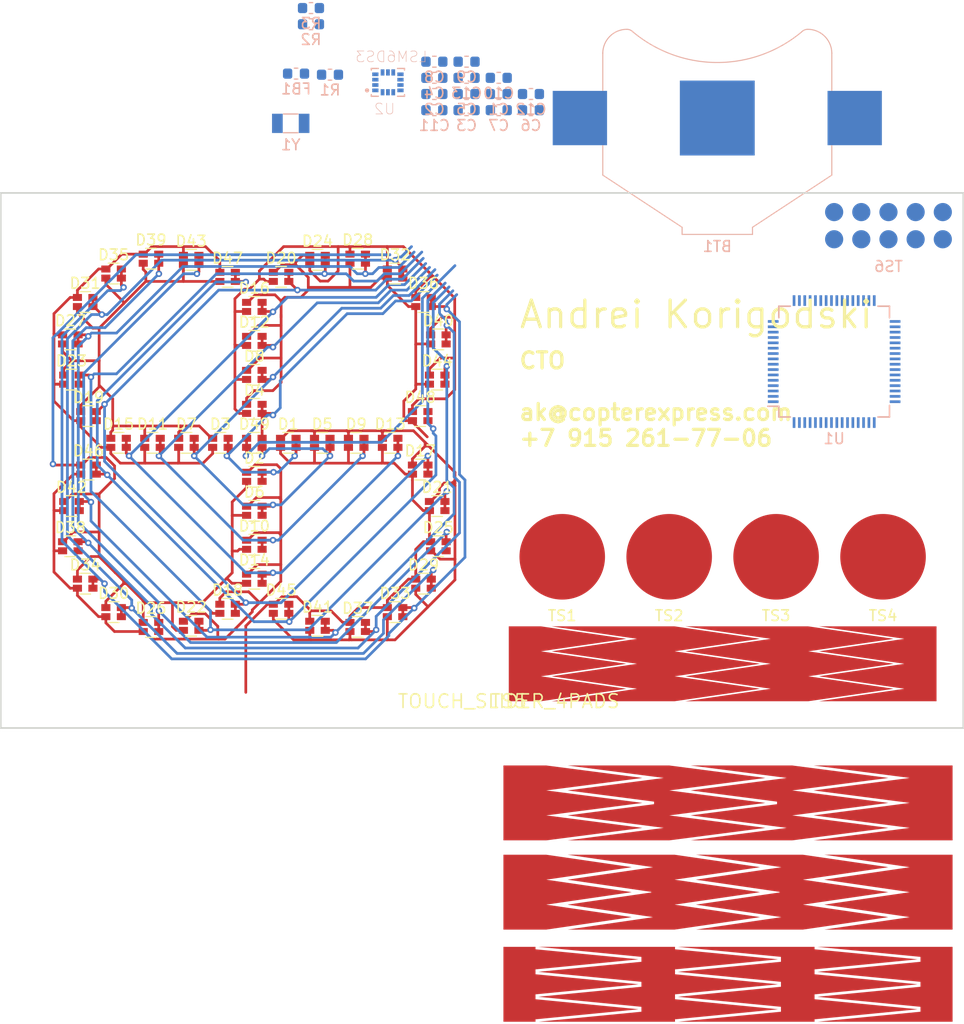
<source format=kicad_pcb>
(kicad_pcb (version 20171130) (host pcbnew 5.0.2+dfsg1-1~bpo9+1)
  (layers (0 F.Cu signal) (31 B.Cu signal) (34 B.Paste user) (35 F.Paste user) (36 B.SilkS user) (37 F.SilkS user) (38 B.Mask user) (39 F.Mask user) (44 Edge.Cuts user))
  (net 0 "")
  (net 1 LED_K0)
  (net 2 LED_K1)
  (net 3 LED_A0)
  (net 4 LED_K3)
  (net 5 LED_K2)
  (net 6 LED_K4)
  (net 7 LED_K5)
  (net 8 LED_K7)
  (net 9 LED_K6)
  (net 10 LED_K8)
  (net 11 LED_A1)
  (net 12 LED_A2)
  (net 13 LED_A3)
  (net 14 LED_A4)
  (net 15 LED_A5)
  (net 16 LED_A6)
  (net 17 LED_A7)
  (net 18 LED_A8)
  (net 19 VDD)
  (net 20 N$2)
  (net 21 MCU_AVDD)
  (net 22 GND)
  (net 23 N$7)
  (net 24 N$6)
  (net 25 N$13)
  (net 26 N$14)
  (net 27 N$5)
  (net 28 N$19)
  (net 29 N$20)
  (net 30 N$16)
  (net 31 N$15)
  (net 32 N$17)
  (net 33 N$18)
  (net 34 N$12)
  (net 35 N$11)
  (net 36 TOUCH_PAD0)
  (net 37 N$1)
  (net 38 TOUCH_PAD1)
  (net 39 TOUCH_PAD2)
  (net 40 TOUCH_PAD3)
  (net 41 N$21)
  (net 42 N$22)
  (net 43 N$23)
  (net 44 N$24)
  (net 45 N$8)
  (net 46 N$10)
  (net 47 N$9)
  (net 48 N$25)
  (net 49 N$26)
  (net 50 LED_K9)
  (net 51 LED_K10)
  (net 52 LED_K11)
  (module footprints:LED_DUAL_0606 (layer F.Cu) (at 126.884 103.351)
    (fp_text reference D1 (at 0 -1.75) (layer F.SilkS))
    (fp_text value LED_Dual_AACC)
    (pad 3 smd rect (at 0.725 -0.425) (size 0.85 0.65) (layers F.Cu F.Paste F.Mask) (net 1 LED_K0))
    (pad 4 smd rect (at 0.725 0.425) (size 0.85 0.65) (layers F.Cu F.Paste F.Mask) (net 1 LED_K0))
    (pad 2 smd rect (at -0.725 0.425) (size 0.85 0.65) (layers F.Cu F.Paste F.Mask) (net 11 LED_A1))
    (pad 1 smd rect (at -0.725 -0.425) (size 0.85 0.65) (layers F.Cu F.Paste F.Mask) (net 3 LED_A0))
  )
  (module footprints:LED_DUAL_0606 (layer F.Cu) (at 123.709 106.526)
    (fp_text reference D2 (at 0 -1.75) (layer F.SilkS))
    (fp_text value LED_Dual_AACC)
    (pad 3 smd rect (at 0.725 -0.425) (size 0.85 0.65) (layers F.Cu F.Paste F.Mask) (net 1 LED_K0))
    (pad 4 smd rect (at 0.725 0.425) (size 0.85 0.65) (layers F.Cu F.Paste F.Mask) (net 1 LED_K0))
    (pad 2 smd rect (at -0.725 0.425) (size 0.85 0.65) (layers F.Cu F.Paste F.Mask) (net 13 LED_A3))
    (pad 1 smd rect (at -0.725 -0.425) (size 0.85 0.65) (layers F.Cu F.Paste F.Mask) (net 12 LED_A2))
  )
  (module footprints:LED_DUAL_0606 (layer F.Cu) (at 120.534 103.351)
    (fp_text reference D3 (at 0 -1.75) (layer F.SilkS))
    (fp_text value LED_Dual_AACC)
    (pad 3 smd rect (at 0.725 -0.425) (size 0.85 0.65) (layers F.Cu F.Paste F.Mask) (net 1 LED_K0))
    (pad 4 smd rect (at 0.725 0.425) (size 0.85 0.65) (layers F.Cu F.Paste F.Mask) (net 1 LED_K0))
    (pad 2 smd rect (at -0.725 0.425) (size 0.85 0.65) (layers F.Cu F.Paste F.Mask) (net 15 LED_A5))
    (pad 1 smd rect (at -0.725 -0.425) (size 0.85 0.65) (layers F.Cu F.Paste F.Mask) (net 14 LED_A4))
  )
  (module footprints:LED_DUAL_0606 (layer F.Cu) (at 123.709 100.176)
    (fp_text reference D4 (at 0 -1.75) (layer F.SilkS))
    (fp_text value LED_Dual_AACC)
    (pad 3 smd rect (at 0.725 -0.425) (size 0.85 0.65) (layers F.Cu F.Paste F.Mask) (net 1 LED_K0))
    (pad 4 smd rect (at 0.725 0.425) (size 0.85 0.65) (layers F.Cu F.Paste F.Mask) (net 1 LED_K0))
    (pad 2 smd rect (at -0.725 0.425) (size 0.85 0.65) (layers F.Cu F.Paste F.Mask) (net 17 LED_A7))
    (pad 1 smd rect (at -0.725 -0.425) (size 0.85 0.65) (layers F.Cu F.Paste F.Mask) (net 16 LED_A6))
  )
  (module footprints:LED_DUAL_0606 (layer F.Cu) (at 130.059 103.351)
    (fp_text reference D5 (at 0 -1.75) (layer F.SilkS))
    (fp_text value LED_Dual_AACC)
    (pad 3 smd rect (at 0.725 -0.425) (size 0.85 0.65) (layers F.Cu F.Paste F.Mask) (net 2 LED_K1))
    (pad 4 smd rect (at 0.725 0.425) (size 0.85 0.65) (layers F.Cu F.Paste F.Mask) (net 2 LED_K1))
    (pad 2 smd rect (at -0.725 0.425) (size 0.85 0.65) (layers F.Cu F.Paste F.Mask) (net 11 LED_A1))
    (pad 1 smd rect (at -0.725 -0.425) (size 0.85 0.65) (layers F.Cu F.Paste F.Mask) (net 3 LED_A0))
  )
  (module footprints:LED_DUAL_0606 (layer F.Cu) (at 123.709 109.701)
    (fp_text reference D6 (at 0 -1.75) (layer F.SilkS))
    (fp_text value LED_Dual_AACC)
    (pad 3 smd rect (at 0.725 -0.425) (size 0.85 0.65) (layers F.Cu F.Paste F.Mask) (net 2 LED_K1))
    (pad 4 smd rect (at 0.725 0.425) (size 0.85 0.65) (layers F.Cu F.Paste F.Mask) (net 2 LED_K1))
    (pad 2 smd rect (at -0.725 0.425) (size 0.85 0.65) (layers F.Cu F.Paste F.Mask) (net 13 LED_A3))
    (pad 1 smd rect (at -0.725 -0.425) (size 0.85 0.65) (layers F.Cu F.Paste F.Mask) (net 12 LED_A2))
  )
  (module footprints:LED_DUAL_0606 (layer F.Cu) (at 117.359 103.351)
    (fp_text reference D7 (at 0 -1.75) (layer F.SilkS))
    (fp_text value LED_Dual_AACC)
    (pad 3 smd rect (at 0.725 -0.425) (size 0.85 0.65) (layers F.Cu F.Paste F.Mask) (net 2 LED_K1))
    (pad 4 smd rect (at 0.725 0.425) (size 0.85 0.65) (layers F.Cu F.Paste F.Mask) (net 2 LED_K1))
    (pad 2 smd rect (at -0.725 0.425) (size 0.85 0.65) (layers F.Cu F.Paste F.Mask) (net 15 LED_A5))
    (pad 1 smd rect (at -0.725 -0.425) (size 0.85 0.65) (layers F.Cu F.Paste F.Mask) (net 14 LED_A4))
  )
  (module footprints:LED_DUAL_0606 (layer F.Cu) (at 123.709 97.001)
    (fp_text reference D8 (at 0 -1.75) (layer F.SilkS))
    (fp_text value LED_Dual_AACC)
    (pad 3 smd rect (at 0.725 -0.425) (size 0.85 0.65) (layers F.Cu F.Paste F.Mask) (net 2 LED_K1))
    (pad 4 smd rect (at 0.725 0.425) (size 0.85 0.65) (layers F.Cu F.Paste F.Mask) (net 2 LED_K1))
    (pad 2 smd rect (at -0.725 0.425) (size 0.85 0.65) (layers F.Cu F.Paste F.Mask) (net 17 LED_A7))
    (pad 1 smd rect (at -0.725 -0.425) (size 0.85 0.65) (layers F.Cu F.Paste F.Mask) (net 16 LED_A6))
  )
  (module footprints:LED_DUAL_0606 (layer F.Cu) (at 133.234 103.351)
    (fp_text reference D9 (at 0 -1.75) (layer F.SilkS))
    (fp_text value LED_Dual_AACC)
    (pad 3 smd rect (at 0.725 -0.425) (size 0.85 0.65) (layers F.Cu F.Paste F.Mask) (net 5 LED_K2))
    (pad 4 smd rect (at 0.725 0.425) (size 0.85 0.65) (layers F.Cu F.Paste F.Mask) (net 5 LED_K2))
    (pad 2 smd rect (at -0.725 0.425) (size 0.85 0.65) (layers F.Cu F.Paste F.Mask) (net 11 LED_A1))
    (pad 1 smd rect (at -0.725 -0.425) (size 0.85 0.65) (layers F.Cu F.Paste F.Mask) (net 3 LED_A0))
  )
  (module footprints:LED_DUAL_0606 (layer F.Cu) (at 123.709 112.875999)
    (fp_text reference D10 (at 0 -1.75) (layer F.SilkS))
    (fp_text value LED_Dual_AACC)
    (pad 3 smd rect (at 0.725 -0.425) (size 0.85 0.65) (layers F.Cu F.Paste F.Mask) (net 5 LED_K2))
    (pad 4 smd rect (at 0.725 0.425) (size 0.85 0.65) (layers F.Cu F.Paste F.Mask) (net 5 LED_K2))
    (pad 2 smd rect (at -0.725 0.425) (size 0.85 0.65) (layers F.Cu F.Paste F.Mask) (net 13 LED_A3))
    (pad 1 smd rect (at -0.725 -0.425) (size 0.85 0.65) (layers F.Cu F.Paste F.Mask) (net 12 LED_A2))
  )
  (module footprints:LED_DUAL_0606 (layer F.Cu) (at 114.184 103.351)
    (fp_text reference D11 (at 0 -1.75) (layer F.SilkS))
    (fp_text value LED_Dual_AACC)
    (pad 3 smd rect (at 0.725 -0.425) (size 0.85 0.65) (layers F.Cu F.Paste F.Mask) (net 5 LED_K2))
    (pad 4 smd rect (at 0.725 0.425) (size 0.85 0.65) (layers F.Cu F.Paste F.Mask) (net 5 LED_K2))
    (pad 2 smd rect (at -0.725 0.425) (size 0.85 0.65) (layers F.Cu F.Paste F.Mask) (net 15 LED_A5))
    (pad 1 smd rect (at -0.725 -0.425) (size 0.85 0.65) (layers F.Cu F.Paste F.Mask) (net 14 LED_A4))
  )
  (module footprints:LED_DUAL_0606 (layer F.Cu) (at 123.709 93.826)
    (fp_text reference D12 (at 0 -1.75) (layer F.SilkS))
    (fp_text value LED_Dual_AACC)
    (pad 3 smd rect (at 0.725 -0.425) (size 0.85 0.65) (layers F.Cu F.Paste F.Mask) (net 5 LED_K2))
    (pad 4 smd rect (at 0.725 0.425) (size 0.85 0.65) (layers F.Cu F.Paste F.Mask) (net 5 LED_K2))
    (pad 2 smd rect (at -0.725 0.425) (size 0.85 0.65) (layers F.Cu F.Paste F.Mask) (net 17 LED_A7))
    (pad 1 smd rect (at -0.725 -0.425) (size 0.85 0.65) (layers F.Cu F.Paste F.Mask) (net 16 LED_A6))
  )
  (module footprints:LED_DUAL_0606 (layer F.Cu) (at 136.409 103.351)
    (fp_text reference D13 (at 0 -1.75) (layer F.SilkS))
    (fp_text value LED_Dual_AACC)
    (pad 3 smd rect (at 0.725 -0.425) (size 0.85 0.65) (layers F.Cu F.Paste F.Mask) (net 4 LED_K3))
    (pad 4 smd rect (at 0.725 0.425) (size 0.85 0.65) (layers F.Cu F.Paste F.Mask) (net 4 LED_K3))
    (pad 2 smd rect (at -0.725 0.425) (size 0.85 0.65) (layers F.Cu F.Paste F.Mask) (net 11 LED_A1))
    (pad 1 smd rect (at -0.725 -0.425) (size 0.85 0.65) (layers F.Cu F.Paste F.Mask) (net 3 LED_A0))
  )
  (module footprints:LED_DUAL_0606 (layer F.Cu) (at 123.709 116.051)
    (fp_text reference D14 (at 0 -1.75) (layer F.SilkS))
    (fp_text value LED_Dual_AACC)
    (pad 3 smd rect (at 0.725 -0.425) (size 0.85 0.65) (layers F.Cu F.Paste F.Mask) (net 4 LED_K3))
    (pad 4 smd rect (at 0.725 0.425) (size 0.85 0.65) (layers F.Cu F.Paste F.Mask) (net 4 LED_K3))
    (pad 2 smd rect (at -0.725 0.425) (size 0.85 0.65) (layers F.Cu F.Paste F.Mask) (net 13 LED_A3))
    (pad 1 smd rect (at -0.725 -0.425) (size 0.85 0.65) (layers F.Cu F.Paste F.Mask) (net 12 LED_A2))
  )
  (module footprints:LED_DUAL_0606 (layer F.Cu) (at 111.009 103.351)
    (fp_text reference D15 (at 0 -1.75) (layer F.SilkS))
    (fp_text value LED_Dual_AACC)
    (pad 3 smd rect (at 0.725 -0.425) (size 0.85 0.65) (layers F.Cu F.Paste F.Mask) (net 4 LED_K3))
    (pad 4 smd rect (at 0.725 0.425) (size 0.85 0.65) (layers F.Cu F.Paste F.Mask) (net 4 LED_K3))
    (pad 2 smd rect (at -0.725 0.425) (size 0.85 0.65) (layers F.Cu F.Paste F.Mask) (net 15 LED_A5))
    (pad 1 smd rect (at -0.725 -0.425) (size 0.85 0.65) (layers F.Cu F.Paste F.Mask) (net 14 LED_A4))
  )
  (module footprints:LED_DUAL_0606 (layer F.Cu) (at 123.709 90.651)
    (fp_text reference D16 (at 0 -1.75) (layer F.SilkS))
    (fp_text value LED_Dual_AACC)
    (pad 3 smd rect (at 0.725 -0.425) (size 0.85 0.65) (layers F.Cu F.Paste F.Mask) (net 4 LED_K3))
    (pad 4 smd rect (at 0.725 0.425) (size 0.85 0.65) (layers F.Cu F.Paste F.Mask) (net 4 LED_K3))
    (pad 2 smd rect (at -0.725 0.425) (size 0.85 0.65) (layers F.Cu F.Paste F.Mask) (net 17 LED_A7))
    (pad 1 smd rect (at -0.725 -0.425) (size 0.85 0.65) (layers F.Cu F.Paste F.Mask) (net 16 LED_A6))
  )
  (module footprints:LED_DUAL_0606 (layer F.Cu) (at 139.217852 105.850666)
    (fp_text reference D17 (at 0 -1.75) (layer F.SilkS))
    (fp_text value LED_Dual_AACC)
    (pad 3 smd rect (at 0.725 -0.425) (size 0.85 0.65) (layers F.Cu F.Paste F.Mask) (net 6 LED_K4))
    (pad 4 smd rect (at 0.725 0.425) (size 0.85 0.65) (layers F.Cu F.Paste F.Mask) (net 6 LED_K4))
    (pad 2 smd rect (at -0.725 0.425) (size 0.85 0.65) (layers F.Cu F.Paste F.Mask) (net 11 LED_A1))
    (pad 1 smd rect (at -0.725 -0.425) (size 0.85 0.65) (layers F.Cu F.Paste F.Mask) (net 3 LED_A0))
  )
  (module footprints:LED_DUAL_0606 (layer F.Cu) (at 121.209333 118.859852)
    (fp_text reference D18 (at 0 -1.75) (layer F.SilkS))
    (fp_text value LED_Dual_AACC)
    (pad 3 smd rect (at 0.725 -0.425) (size 0.85 0.65) (layers F.Cu F.Paste F.Mask) (net 6 LED_K4))
    (pad 4 smd rect (at 0.725 0.425) (size 0.85 0.65) (layers F.Cu F.Paste F.Mask) (net 6 LED_K4))
    (pad 2 smd rect (at -0.725 0.425) (size 0.85 0.65) (layers F.Cu F.Paste F.Mask) (net 13 LED_A3))
    (pad 1 smd rect (at -0.725 -0.425) (size 0.85 0.65) (layers F.Cu F.Paste F.Mask) (net 12 LED_A2))
  )
  (module footprints:LED_DUAL_0606 (layer F.Cu) (at 108.200147 100.851333)
    (fp_text reference D19 (at 0 -1.75) (layer F.SilkS))
    (fp_text value LED_Dual_AACC)
    (pad 3 smd rect (at 0.725 -0.425) (size 0.85 0.65) (layers F.Cu F.Paste F.Mask) (net 6 LED_K4))
    (pad 4 smd rect (at 0.725 0.425) (size 0.85 0.65) (layers F.Cu F.Paste F.Mask) (net 6 LED_K4))
    (pad 2 smd rect (at -0.725 0.425) (size 0.85 0.65) (layers F.Cu F.Paste F.Mask) (net 15 LED_A5))
    (pad 1 smd rect (at -0.725 -0.425) (size 0.85 0.65) (layers F.Cu F.Paste F.Mask) (net 14 LED_A4))
  )
  (module footprints:LED_DUAL_0606 (layer F.Cu) (at 126.208666 87.842147)
    (fp_text reference D20 (at 0 -1.75) (layer F.SilkS))
    (fp_text value LED_Dual_AACC)
    (pad 3 smd rect (at 0.725 -0.425) (size 0.85 0.65) (layers F.Cu F.Paste F.Mask) (net 6 LED_K4))
    (pad 4 smd rect (at 0.725 0.425) (size 0.85 0.65) (layers F.Cu F.Paste F.Mask) (net 6 LED_K4))
    (pad 2 smd rect (at -0.725 0.425) (size 0.85 0.65) (layers F.Cu F.Paste F.Mask) (net 17 LED_A7))
    (pad 1 smd rect (at -0.725 -0.425) (size 0.85 0.65) (layers F.Cu F.Paste F.Mask) (net 16 LED_A6))
  )
  (module footprints:LED_DUAL_0606 (layer F.Cu) (at 140.806919 109.258431)
    (fp_text reference D21 (at 0 -1.75) (layer F.SilkS))
    (fp_text value LED_Dual_AACC)
    (pad 3 smd rect (at 0.725 -0.425) (size 0.85 0.65) (layers F.Cu F.Paste F.Mask) (net 7 LED_K5))
    (pad 4 smd rect (at 0.725 0.425) (size 0.85 0.65) (layers F.Cu F.Paste F.Mask) (net 7 LED_K5))
    (pad 2 smd rect (at -0.725 0.425) (size 0.85 0.65) (layers F.Cu F.Paste F.Mask) (net 11 LED_A1))
    (pad 1 smd rect (at -0.725 -0.425) (size 0.85 0.65) (layers F.Cu F.Paste F.Mask) (net 3 LED_A0))
  )
  (module footprints:LED_DUAL_0606 (layer F.Cu) (at 117.801568 120.448919)
    (fp_text reference D22 (at 0 -1.75) (layer F.SilkS))
    (fp_text value LED_Dual_AACC)
    (pad 3 smd rect (at 0.725 -0.425) (size 0.85 0.65) (layers F.Cu F.Paste F.Mask) (net 7 LED_K5))
    (pad 4 smd rect (at 0.725 0.425) (size 0.85 0.65) (layers F.Cu F.Paste F.Mask) (net 7 LED_K5))
    (pad 2 smd rect (at -0.725 0.425) (size 0.85 0.65) (layers F.Cu F.Paste F.Mask) (net 13 LED_A3))
    (pad 1 smd rect (at -0.725 -0.425) (size 0.85 0.65) (layers F.Cu F.Paste F.Mask) (net 12 LED_A2))
  )
  (module footprints:LED_DUAL_0606 (layer F.Cu) (at 106.61108 97.443568)
    (fp_text reference D23 (at 0 -1.75) (layer F.SilkS))
    (fp_text value LED_Dual_AACC)
    (pad 3 smd rect (at 0.725 -0.425) (size 0.85 0.65) (layers F.Cu F.Paste F.Mask) (net 7 LED_K5))
    (pad 4 smd rect (at 0.725 0.425) (size 0.85 0.65) (layers F.Cu F.Paste F.Mask) (net 7 LED_K5))
    (pad 2 smd rect (at -0.725 0.425) (size 0.85 0.65) (layers F.Cu F.Paste F.Mask) (net 15 LED_A5))
    (pad 1 smd rect (at -0.725 -0.425) (size 0.85 0.65) (layers F.Cu F.Paste F.Mask) (net 14 LED_A4))
  )
  (module footprints:LED_DUAL_0606 (layer F.Cu) (at 129.616431 86.25308)
    (fp_text reference D24 (at 0 -1.75) (layer F.SilkS))
    (fp_text value LED_Dual_AACC)
    (pad 3 smd rect (at 0.725 -0.425) (size 0.85 0.65) (layers F.Cu F.Paste F.Mask) (net 7 LED_K5))
    (pad 4 smd rect (at 0.725 0.425) (size 0.85 0.65) (layers F.Cu F.Paste F.Mask) (net 7 LED_K5))
    (pad 2 smd rect (at -0.725 0.425) (size 0.85 0.65) (layers F.Cu F.Paste F.Mask) (net 17 LED_A7))
    (pad 1 smd rect (at -0.725 -0.425) (size 0.85 0.65) (layers F.Cu F.Paste F.Mask) (net 16 LED_A6))
  )
  (module footprints:LED_DUAL_0606 (layer F.Cu) (at 140.916279 113.016892)
    (fp_text reference D25 (at 0 -1.75) (layer F.SilkS))
    (fp_text value LED_Dual_AACC)
    (pad 3 smd rect (at 0.725 -0.425) (size 0.85 0.65) (layers F.Cu F.Paste F.Mask) (net 9 LED_K6))
    (pad 4 smd rect (at 0.725 0.425) (size 0.85 0.65) (layers F.Cu F.Paste F.Mask) (net 9 LED_K6))
    (pad 2 smd rect (at -0.725 0.425) (size 0.85 0.65) (layers F.Cu F.Paste F.Mask) (net 3 LED_A0))
    (pad 1 smd rect (at -0.725 -0.425) (size 0.85 0.65) (layers F.Cu F.Paste F.Mask) (net 11 LED_A1))
  )
  (module footprints:LED_DUAL_0606 (layer F.Cu) (at 114.043107 120.558279)
    (fp_text reference D26 (at 0 -1.75) (layer F.SilkS))
    (fp_text value LED_Dual_AACC)
    (pad 3 smd rect (at 0.725 -0.425) (size 0.85 0.65) (layers F.Cu F.Paste F.Mask) (net 9 LED_K6))
    (pad 4 smd rect (at 0.725 0.425) (size 0.85 0.65) (layers F.Cu F.Paste F.Mask) (net 9 LED_K6))
    (pad 2 smd rect (at -0.725 0.425) (size 0.85 0.65) (layers F.Cu F.Paste F.Mask) (net 12 LED_A2))
    (pad 1 smd rect (at -0.725 -0.425) (size 0.85 0.65) (layers F.Cu F.Paste F.Mask) (net 13 LED_A3))
  )
  (module footprints:LED_DUAL_0606 (layer F.Cu) (at 106.50172 93.685107)
    (fp_text reference D27 (at 0 -1.75) (layer F.SilkS))
    (fp_text value LED_Dual_AACC)
    (pad 3 smd rect (at 0.725 -0.425) (size 0.85 0.65) (layers F.Cu F.Paste F.Mask) (net 9 LED_K6))
    (pad 4 smd rect (at 0.725 0.425) (size 0.85 0.65) (layers F.Cu F.Paste F.Mask) (net 9 LED_K6))
    (pad 2 smd rect (at -0.725 0.425) (size 0.85 0.65) (layers F.Cu F.Paste F.Mask) (net 14 LED_A4))
    (pad 1 smd rect (at -0.725 -0.425) (size 0.85 0.65) (layers F.Cu F.Paste F.Mask) (net 15 LED_A5))
  )
  (module footprints:LED_DUAL_0606 (layer F.Cu) (at 133.374892 86.14372)
    (fp_text reference D28 (at 0 -1.75) (layer F.SilkS))
    (fp_text value LED_Dual_AACC)
    (pad 3 smd rect (at 0.725 -0.425) (size 0.85 0.65) (layers F.Cu F.Paste F.Mask) (net 9 LED_K6))
    (pad 4 smd rect (at 0.725 0.425) (size 0.85 0.65) (layers F.Cu F.Paste F.Mask) (net 9 LED_K6))
    (pad 2 smd rect (at -0.725 0.425) (size 0.85 0.65) (layers F.Cu F.Paste F.Mask) (net 16 LED_A6))
    (pad 1 smd rect (at -0.725 -0.425) (size 0.85 0.65) (layers F.Cu F.Paste F.Mask) (net 17 LED_A7))
  )
  (module footprints:LED_DUAL_0606 (layer F.Cu) (at 139.528045 116.511287)
    (fp_text reference D29 (at 0 -1.75) (layer F.SilkS))
    (fp_text value LED_Dual_AACC)
    (pad 3 smd rect (at 0.725 -0.425) (size 0.85 0.65) (layers F.Cu F.Paste F.Mask) (net 8 LED_K7))
    (pad 4 smd rect (at 0.725 0.425) (size 0.85 0.65) (layers F.Cu F.Paste F.Mask) (net 8 LED_K7))
    (pad 2 smd rect (at -0.725 0.425) (size 0.85 0.65) (layers F.Cu F.Paste F.Mask) (net 3 LED_A0))
    (pad 1 smd rect (at -0.725 -0.425) (size 0.85 0.65) (layers F.Cu F.Paste F.Mask) (net 11 LED_A1))
  )
  (module footprints:LED_DUAL_0606 (layer F.Cu) (at 110.548712 119.170045)
    (fp_text reference D30 (at 0 -1.75) (layer F.SilkS))
    (fp_text value LED_Dual_AACC)
    (pad 3 smd rect (at 0.725 -0.425) (size 0.85 0.65) (layers F.Cu F.Paste F.Mask) (net 8 LED_K7))
    (pad 4 smd rect (at 0.725 0.425) (size 0.85 0.65) (layers F.Cu F.Paste F.Mask) (net 8 LED_K7))
    (pad 2 smd rect (at -0.725 0.425) (size 0.85 0.65) (layers F.Cu F.Paste F.Mask) (net 12 LED_A2))
    (pad 1 smd rect (at -0.725 -0.425) (size 0.85 0.65) (layers F.Cu F.Paste F.Mask) (net 13 LED_A3))
  )
  (module footprints:LED_DUAL_0606 (layer F.Cu) (at 107.889954 90.190712)
    (fp_text reference D31 (at 0 -1.75) (layer F.SilkS))
    (fp_text value LED_Dual_AACC)
    (pad 3 smd rect (at 0.725 -0.425) (size 0.85 0.65) (layers F.Cu F.Paste F.Mask) (net 8 LED_K7))
    (pad 4 smd rect (at 0.725 0.425) (size 0.85 0.65) (layers F.Cu F.Paste F.Mask) (net 8 LED_K7))
    (pad 2 smd rect (at -0.725 0.425) (size 0.85 0.65) (layers F.Cu F.Paste F.Mask) (net 14 LED_A4))
    (pad 1 smd rect (at -0.725 -0.425) (size 0.85 0.65) (layers F.Cu F.Paste F.Mask) (net 15 LED_A5))
  )
  (module footprints:LED_DUAL_0606 (layer F.Cu) (at 136.869287 87.531954)
    (fp_text reference D32 (at 0 -1.75) (layer F.SilkS))
    (fp_text value LED_Dual_AACC)
    (pad 3 smd rect (at 0.725 -0.425) (size 0.85 0.65) (layers F.Cu F.Paste F.Mask) (net 8 LED_K7))
    (pad 4 smd rect (at 0.725 0.425) (size 0.85 0.65) (layers F.Cu F.Paste F.Mask) (net 8 LED_K7))
    (pad 2 smd rect (at -0.725 0.425) (size 0.85 0.65) (layers F.Cu F.Paste F.Mask) (net 16 LED_A6))
    (pad 1 smd rect (at -0.725 -0.425) (size 0.85 0.65) (layers F.Cu F.Paste F.Mask) (net 17 LED_A7))
  )
  (module footprints:LED_DUAL_0606 (layer F.Cu) (at 136.869287 119.170045)
    (fp_text reference D33 (at 0 -1.75) (layer F.SilkS))
    (fp_text value LED_Dual_AACC)
    (pad 3 smd rect (at 0.725 -0.425) (size 0.85 0.65) (layers F.Cu F.Paste F.Mask) (net 10 LED_K8))
    (pad 4 smd rect (at 0.725 0.425) (size 0.85 0.65) (layers F.Cu F.Paste F.Mask) (net 10 LED_K8))
    (pad 2 smd rect (at -0.725 0.425) (size 0.85 0.65) (layers F.Cu F.Paste F.Mask) (net 3 LED_A0))
    (pad 1 smd rect (at -0.725 -0.425) (size 0.85 0.65) (layers F.Cu F.Paste F.Mask) (net 11 LED_A1))
  )
  (module footprints:LED_DUAL_0606 (layer F.Cu) (at 107.889954 116.511287)
    (fp_text reference D34 (at 0 -1.75) (layer F.SilkS))
    (fp_text value LED_Dual_AACC)
    (pad 3 smd rect (at 0.725 -0.425) (size 0.85 0.65) (layers F.Cu F.Paste F.Mask) (net 10 LED_K8))
    (pad 4 smd rect (at 0.725 0.425) (size 0.85 0.65) (layers F.Cu F.Paste F.Mask) (net 10 LED_K8))
    (pad 2 smd rect (at -0.725 0.425) (size 0.85 0.65) (layers F.Cu F.Paste F.Mask) (net 12 LED_A2))
    (pad 1 smd rect (at -0.725 -0.425) (size 0.85 0.65) (layers F.Cu F.Paste F.Mask) (net 13 LED_A3))
  )
  (module footprints:LED_DUAL_0606 (layer F.Cu) (at 110.548712 87.531954)
    (fp_text reference D35 (at 0 -1.75) (layer F.SilkS))
    (fp_text value LED_Dual_AACC)
    (pad 3 smd rect (at 0.725 -0.425) (size 0.85 0.65) (layers F.Cu F.Paste F.Mask) (net 10 LED_K8))
    (pad 4 smd rect (at 0.725 0.425) (size 0.85 0.65) (layers F.Cu F.Paste F.Mask) (net 10 LED_K8))
    (pad 2 smd rect (at -0.725 0.425) (size 0.85 0.65) (layers F.Cu F.Paste F.Mask) (net 14 LED_A4))
    (pad 1 smd rect (at -0.725 -0.425) (size 0.85 0.65) (layers F.Cu F.Paste F.Mask) (net 15 LED_A5))
  )
  (module footprints:LED_DUAL_0606 (layer F.Cu) (at 139.528045 90.190712)
    (fp_text reference D36 (at 0 -1.75) (layer F.SilkS))
    (fp_text value LED_Dual_AACC)
    (pad 3 smd rect (at 0.725 -0.425) (size 0.85 0.65) (layers F.Cu F.Paste F.Mask) (net 10 LED_K8))
    (pad 4 smd rect (at 0.725 0.425) (size 0.85 0.65) (layers F.Cu F.Paste F.Mask) (net 10 LED_K8))
    (pad 2 smd rect (at -0.725 0.425) (size 0.85 0.65) (layers F.Cu F.Paste F.Mask) (net 16 LED_A6))
    (pad 1 smd rect (at -0.725 -0.425) (size 0.85 0.65) (layers F.Cu F.Paste F.Mask) (net 17 LED_A7))
  )
  (module footprints:LED_DUAL_0606 (layer F.Cu) (at 133.374892 120.558279)
    (fp_text reference D37 (at 0 -1.75) (layer F.SilkS))
    (fp_text value LED_Dual_AACC)
    (pad 3 smd rect (at 0.725 -0.425) (size 0.85 0.65) (layers F.Cu F.Paste F.Mask) (net 50 LED_K9))
    (pad 4 smd rect (at 0.725 0.425) (size 0.85 0.65) (layers F.Cu F.Paste F.Mask) (net 50 LED_K9))
    (pad 2 smd rect (at -0.725 0.425) (size 0.85 0.65) (layers F.Cu F.Paste F.Mask) (net 3 LED_A0))
    (pad 1 smd rect (at -0.725 -0.425) (size 0.85 0.65) (layers F.Cu F.Paste F.Mask) (net 11 LED_A1))
  )
  (module footprints:LED_DUAL_0606 (layer F.Cu) (at 106.50172 113.016892)
    (fp_text reference D38 (at 0 -1.75) (layer F.SilkS))
    (fp_text value LED_Dual_AACC)
    (pad 3 smd rect (at 0.725 -0.425) (size 0.85 0.65) (layers F.Cu F.Paste F.Mask) (net 50 LED_K9))
    (pad 4 smd rect (at 0.725 0.425) (size 0.85 0.65) (layers F.Cu F.Paste F.Mask) (net 50 LED_K9))
    (pad 2 smd rect (at -0.725 0.425) (size 0.85 0.65) (layers F.Cu F.Paste F.Mask) (net 12 LED_A2))
    (pad 1 smd rect (at -0.725 -0.425) (size 0.85 0.65) (layers F.Cu F.Paste F.Mask) (net 13 LED_A3))
  )
  (module footprints:LED_DUAL_0606 (layer F.Cu) (at 114.043107 86.14372)
    (fp_text reference D39 (at 0 -1.75) (layer F.SilkS))
    (fp_text value LED_Dual_AACC)
    (pad 3 smd rect (at 0.725 -0.425) (size 0.85 0.65) (layers F.Cu F.Paste F.Mask) (net 50 LED_K9))
    (pad 4 smd rect (at 0.725 0.425) (size 0.85 0.65) (layers F.Cu F.Paste F.Mask) (net 50 LED_K9))
    (pad 2 smd rect (at -0.725 0.425) (size 0.85 0.65) (layers F.Cu F.Paste F.Mask) (net 14 LED_A4))
    (pad 1 smd rect (at -0.725 -0.425) (size 0.85 0.65) (layers F.Cu F.Paste F.Mask) (net 15 LED_A5))
  )
  (module footprints:LED_DUAL_0606 (layer F.Cu) (at 140.916279 93.685107)
    (fp_text reference D40 (at 0 -1.75) (layer F.SilkS))
    (fp_text value LED_Dual_AACC)
    (pad 3 smd rect (at 0.725 -0.425) (size 0.85 0.65) (layers F.Cu F.Paste F.Mask) (net 50 LED_K9))
    (pad 4 smd rect (at 0.725 0.425) (size 0.85 0.65) (layers F.Cu F.Paste F.Mask) (net 50 LED_K9))
    (pad 2 smd rect (at -0.725 0.425) (size 0.85 0.65) (layers F.Cu F.Paste F.Mask) (net 16 LED_A6))
    (pad 1 smd rect (at -0.725 -0.425) (size 0.85 0.65) (layers F.Cu F.Paste F.Mask) (net 17 LED_A7))
  )
  (module footprints:LED_DUAL_0606 (layer F.Cu) (at 129.616431 120.448919)
    (fp_text reference D41 (at 0 -1.75) (layer F.SilkS))
    (fp_text value LED_Dual_AACC)
    (pad 3 smd rect (at 0.725 -0.425) (size 0.85 0.65) (layers F.Cu F.Paste F.Mask) (net 51 LED_K10))
    (pad 4 smd rect (at 0.725 0.425) (size 0.85 0.65) (layers F.Cu F.Paste F.Mask) (net 51 LED_K10))
    (pad 2 smd rect (at -0.725 0.425) (size 0.85 0.65) (layers F.Cu F.Paste F.Mask) (net 3 LED_A0))
    (pad 1 smd rect (at -0.725 -0.425) (size 0.85 0.65) (layers F.Cu F.Paste F.Mask) (net 11 LED_A1))
  )
  (module footprints:LED_DUAL_0606 (layer F.Cu) (at 106.61108 109.258431)
    (fp_text reference D42 (at 0 -1.75) (layer F.SilkS))
    (fp_text value LED_Dual_AACC)
    (pad 3 smd rect (at 0.725 -0.425) (size 0.85 0.65) (layers F.Cu F.Paste F.Mask) (net 51 LED_K10))
    (pad 4 smd rect (at 0.725 0.425) (size 0.85 0.65) (layers F.Cu F.Paste F.Mask) (net 51 LED_K10))
    (pad 2 smd rect (at -0.725 0.425) (size 0.85 0.65) (layers F.Cu F.Paste F.Mask) (net 12 LED_A2))
    (pad 1 smd rect (at -0.725 -0.425) (size 0.85 0.65) (layers F.Cu F.Paste F.Mask) (net 13 LED_A3))
  )
  (module footprints:LED_DUAL_0606 (layer F.Cu) (at 117.801568 86.25308)
    (fp_text reference D43 (at 0 -1.75) (layer F.SilkS))
    (fp_text value LED_Dual_AACC)
    (pad 3 smd rect (at 0.725 -0.425) (size 0.85 0.65) (layers F.Cu F.Paste F.Mask) (net 51 LED_K10))
    (pad 4 smd rect (at 0.725 0.425) (size 0.85 0.65) (layers F.Cu F.Paste F.Mask) (net 51 LED_K10))
    (pad 2 smd rect (at -0.725 0.425) (size 0.85 0.65) (layers F.Cu F.Paste F.Mask) (net 14 LED_A4))
    (pad 1 smd rect (at -0.725 -0.425) (size 0.85 0.65) (layers F.Cu F.Paste F.Mask) (net 15 LED_A5))
  )
  (module footprints:LED_DUAL_0606 (layer F.Cu) (at 140.806919 97.443568)
    (fp_text reference D44 (at 0 -1.75) (layer F.SilkS))
    (fp_text value LED_Dual_AACC)
    (pad 3 smd rect (at 0.725 -0.425) (size 0.85 0.65) (layers F.Cu F.Paste F.Mask) (net 51 LED_K10))
    (pad 4 smd rect (at 0.725 0.425) (size 0.85 0.65) (layers F.Cu F.Paste F.Mask) (net 51 LED_K10))
    (pad 2 smd rect (at -0.725 0.425) (size 0.85 0.65) (layers F.Cu F.Paste F.Mask) (net 16 LED_A6))
    (pad 1 smd rect (at -0.725 -0.425) (size 0.85 0.65) (layers F.Cu F.Paste F.Mask) (net 17 LED_A7))
  )
  (module footprints:LED_DUAL_0606 (layer F.Cu) (at 126.208666 118.859852)
    (fp_text reference D45 (at 0 -1.75) (layer F.SilkS))
    (fp_text value LED_Dual_AACC)
    (pad 3 smd rect (at 0.725 -0.425) (size 0.85 0.65) (layers F.Cu F.Paste F.Mask) (net 52 LED_K11))
    (pad 4 smd rect (at 0.725 0.425) (size 0.85 0.65) (layers F.Cu F.Paste F.Mask) (net 52 LED_K11))
    (pad 2 smd rect (at -0.725 0.425) (size 0.85 0.65) (layers F.Cu F.Paste F.Mask) (net 3 LED_A0))
    (pad 1 smd rect (at -0.725 -0.425) (size 0.85 0.65) (layers F.Cu F.Paste F.Mask) (net 11 LED_A1))
  )
  (module footprints:LED_DUAL_0606 (layer F.Cu) (at 108.200147 105.850666)
    (fp_text reference D46 (at 0 -1.75) (layer F.SilkS))
    (fp_text value LED_Dual_AACC)
    (pad 3 smd rect (at 0.725 -0.425) (size 0.85 0.65) (layers F.Cu F.Paste F.Mask) (net 52 LED_K11))
    (pad 4 smd rect (at 0.725 0.425) (size 0.85 0.65) (layers F.Cu F.Paste F.Mask) (net 52 LED_K11))
    (pad 2 smd rect (at -0.725 0.425) (size 0.85 0.65) (layers F.Cu F.Paste F.Mask) (net 12 LED_A2))
    (pad 1 smd rect (at -0.725 -0.425) (size 0.85 0.65) (layers F.Cu F.Paste F.Mask) (net 13 LED_A3))
  )
  (module footprints:LED_DUAL_0606 (layer F.Cu) (at 121.209333 87.842147)
    (fp_text reference D47 (at 0 -1.75) (layer F.SilkS))
    (fp_text value LED_Dual_AACC)
    (pad 3 smd rect (at 0.725 -0.425) (size 0.85 0.65) (layers F.Cu F.Paste F.Mask) (net 52 LED_K11))
    (pad 4 smd rect (at 0.725 0.425) (size 0.85 0.65) (layers F.Cu F.Paste F.Mask) (net 52 LED_K11))
    (pad 2 smd rect (at -0.725 0.425) (size 0.85 0.65) (layers F.Cu F.Paste F.Mask) (net 14 LED_A4))
    (pad 1 smd rect (at -0.725 -0.425) (size 0.85 0.65) (layers F.Cu F.Paste F.Mask) (net 15 LED_A5))
  )
  (module footprints:LED_DUAL_0606 (layer F.Cu) (at 139.217852 100.851333)
    (fp_text reference D48 (at 0 -1.75) (layer F.SilkS))
    (fp_text value LED_Dual_AACC)
    (pad 3 smd rect (at 0.725 -0.425) (size 0.85 0.65) (layers F.Cu F.Paste F.Mask) (net 52 LED_K11))
    (pad 4 smd rect (at 0.725 0.425) (size 0.85 0.65) (layers F.Cu F.Paste F.Mask) (net 52 LED_K11))
    (pad 2 smd rect (at -0.725 0.425) (size 0.85 0.65) (layers F.Cu F.Paste F.Mask) (net 16 LED_A6))
    (pad 1 smd rect (at -0.725 -0.425) (size 0.85 0.65) (layers F.Cu F.Paste F.Mask) (net 17 LED_A7))
  )
  (module footprints:LED_DUAL_0606 (layer F.Cu) (at 123.709 103.351)
    (fp_text reference D49 (at 0 -1.75) (layer F.SilkS))
    (fp_text value LED_Dual_AACC)
    (pad 3 smd rect (at 0.725 -0.425) (size 0.85 0.65) (layers F.Cu F.Paste F.Mask) (net 1 LED_K0))
    (pad 4 smd rect (at 0.725 0.425) (size 0.85 0.65) (layers F.Cu F.Paste F.Mask) (net 2 LED_K1))
    (pad 2 smd rect (at -0.725 0.425) (size 0.85 0.65) (layers F.Cu F.Paste F.Mask) (net 18 LED_A8))
    (pad 1 smd rect (at -0.725 -0.425) (size 0.85 0.65) (layers F.Cu F.Paste F.Mask) (net 18 LED_A8))
  )
  (module Inductor_SMD:L_0603_1608Metric (layer B.Cu) (at 127.6095 68.849291)
    (fp_text reference FB1 (at 0 1.43) (layer B.SilkS) (effects (justify mirror)))
    (fp_text value Ferrite_Bead_Small)
    (pad 2 smd roundrect (at 0.7875 0) (size 0.875 0.95) (layers B.Cu B.Paste B.Mask) (net 20 N$2))
    (pad 1 smd roundrect (at -0.7875 0) (size 0.875 0.95) (layers B.Cu B.Paste B.Mask) (net 19 VDD))
  )
  (module Resistor_SMD:R_0603_1608Metric (layer B.Cu) (at 130.7845 68.949291)
    (fp_text reference R1 (at 0 1.43) (layer B.SilkS) (effects (justify mirror)))
    (fp_text value 1)
    (pad 2 smd roundrect (at 0.7875 0) (size 0.875 0.95) (layers B.Cu B.Paste B.Mask) (net 21 MCU_AVDD))
    (pad 1 smd roundrect (at -0.7875 0) (size 0.875 0.95) (layers B.Cu B.Paste B.Mask) (net 20 N$2))
  )
  (module Package_QFP:LQFP-64_10x10mm_P0.5mm (layer B.Cu) (at 177.927 95.758)
    (fp_text reference U1 (at 0 7.2) (layer B.SilkS) (effects (justify mirror)))
    (fp_text value EFM32LG232F64)
    (pad 64 smd rect (at -3.75 5.7 270) (size 1 0.25) (layers B.Cu B.Paste B.Mask) (net 52 LED_K11))
    (pad 63 smd rect (at -3.25 5.7 270) (size 1 0.25) (layers B.Cu B.Paste B.Mask) (net 51 LED_K10))
    (pad 62 smd rect (at -2.75 5.7 270) (size 1 0.25) (layers B.Cu B.Paste B.Mask) (net 50 LED_K9))
    (pad 61 smd rect (at -2.25 5.7 270) (size 1 0.25) (layers B.Cu B.Paste B.Mask) (net 10 LED_K8))
    (pad 60 smd rect (at -1.75 5.7 270) (size 1 0.25) (layers B.Cu B.Paste B.Mask) (net 8 LED_K7))
    (pad 59 smd rect (at -1.25 5.7 270) (size 1 0.25) (layers B.Cu B.Paste B.Mask) (net 9 LED_K6))
    (pad 58 smd rect (at -0.75 5.7 270) (size 1 0.25) (layers B.Cu B.Paste B.Mask) (net 7 LED_K5))
    (pad 57 smd rect (at -0.25 5.7 270) (size 1 0.25) (layers B.Cu B.Paste B.Mask) (net 6 LED_K4))
    (pad 56 smd rect (at 0.25 5.7 270) (size 1 0.25) (layers B.Cu B.Paste B.Mask) (net 22 GND))
    (pad 55 smd rect (at 0.75 5.7 270) (size 1 0.25) (layers B.Cu B.Paste B.Mask) (net 19 VDD))
    (pad 54 smd rect (at 1.25 5.7 270) (size 1 0.25) (layers B.Cu B.Paste B.Mask) (net 4 LED_K3))
    (pad 53 smd rect (at 1.75 5.7 270) (size 1 0.25) (layers B.Cu B.Paste B.Mask) (net 5 LED_K2))
    (pad 52 smd rect (at 2.25 5.7 270) (size 1 0.25) (layers B.Cu B.Paste B.Mask) (net 2 LED_K1))
    (pad 51 smd rect (at 2.75 5.7 270) (size 1 0.25) (layers B.Cu B.Paste B.Mask) (net 1 LED_K0))
    (pad 50 smd rect (at 3.25 5.7 270) (size 1 0.25) (layers B.Cu B.Paste B.Mask) (net 47 N$9))
    (pad 49 smd rect (at 3.75 5.7 270) (size 1 0.25) (layers B.Cu B.Paste B.Mask) (net 46 N$10))
    (pad 48 smd rect (at 5.7 3.75) (size 1 0.25) (layers B.Cu B.Paste B.Mask) (net 45 N$8))
    (pad 47 smd rect (at 5.7 3.25) (size 1 0.25) (layers B.Cu B.Paste B.Mask) (net 44 N$24))
    (pad 46 smd rect (at 5.7 2.75) (size 1 0.25) (layers B.Cu B.Paste B.Mask) (net 43 N$23))
    (pad 45 smd rect (at 5.7 2.25) (size 1 0.25) (layers B.Cu B.Paste B.Mask) (net 42 N$22))
    (pad 44 smd rect (at 5.7 1.75) (size 1 0.25) (layers B.Cu B.Paste B.Mask) (net 41 N$21))
    (pad 43 smd rect (at 5.7 1.25) (size 1 0.25) (layers B.Cu B.Paste B.Mask) (net 40 TOUCH_PAD3))
    (pad 42 smd rect (at 5.7 0.75) (size 1 0.25) (layers B.Cu B.Paste B.Mask) (net 39 TOUCH_PAD2))
    (pad 41 smd rect (at 5.7 0.25) (size 1 0.25) (layers B.Cu B.Paste B.Mask) (net 38 TOUCH_PAD1))
    (pad 40 smd rect (at 5.7 -0.25) (size 1 0.25) (layers B.Cu B.Paste B.Mask) (net 37 N$1))
    (pad 39 smd rect (at 5.7 -0.75) (size 1 0.25) (layers B.Cu B.Paste B.Mask) (net 19 VDD))
    (pad 38 smd rect (at 5.7 -1.25) (size 1 0.25) (layers B.Cu B.Paste B.Mask) (net 22 GND))
    (pad 37 smd rect (at 5.7 -1.75) (size 1 0.25) (layers B.Cu B.Paste B.Mask) (net 36 TOUCH_PAD0))
    (pad 36 smd rect (at 5.7 -2.25) (size 1 0.25) (layers B.Cu B.Paste B.Mask) (net 22 GND))
    (pad 35 smd rect (at 5.7 -2.75) (size 1 0.25) (layers B.Cu B.Paste B.Mask) (net 35 N$11))
    (pad 34 smd rect (at 5.7 -3.25) (size 1 0.25) (layers B.Cu B.Paste B.Mask) (net 34 N$12))
    (pad 33 smd rect (at 5.7 -3.75) (size 1 0.25) (layers B.Cu B.Paste B.Mask) (net 22 GND))
    (pad 32 smd rect (at 3.75 -5.7 270) (size 1 0.25) (layers B.Cu B.Paste B.Mask) (net 22 GND))
    (pad 31 smd rect (at 3.25 -5.7 270) (size 1 0.25) (layers B.Cu B.Paste B.Mask) (net 33 N$18))
    (pad 30 smd rect (at 2.75 -5.7 270) (size 1 0.25) (layers B.Cu B.Paste B.Mask) (net 32 N$17))
    (pad 29 smd rect (at 2.25 -5.7 270) (size 1 0.25) (layers B.Cu B.Paste B.Mask) (net 31 N$15))
    (pad 28 smd rect (at 1.75 -5.7 270) (size 1 0.25) (layers B.Cu B.Paste B.Mask) (net 30 N$16))
    (pad 27 smd rect (at 1.25 -5.7 270) (size 1 0.25) (layers B.Cu B.Paste B.Mask) (net 21 MCU_AVDD))
    (pad 26 smd rect (at 0.75 -5.7 270) (size 1 0.25) (layers B.Cu B.Paste B.Mask) (net 19 VDD))
    (pad 25 smd rect (at 0.25 -5.7 270) (size 1 0.25) (layers B.Cu B.Paste B.Mask) (net 29 N$20))
    (pad 24 smd rect (at -0.25 -5.7 270) (size 1 0.25) (layers B.Cu B.Paste B.Mask) (net 28 N$19))
    (pad 23 smd rect (at -0.75 -5.7 270) (size 1 0.25) (layers B.Cu B.Paste B.Mask) (net 21 MCU_AVDD))
    (pad 22 smd rect (at -1.25 -5.7 270) (size 1 0.25) (layers B.Cu B.Paste B.Mask) (net 22 GND))
    (pad 21 smd rect (at -1.75 -5.7 270) (size 1 0.25) (layers B.Cu B.Paste B.Mask) (net 22 GND))
    (pad 20 smd rect (at -2.25 -5.7 270) (size 1 0.25) (layers B.Cu B.Paste B.Mask) (net 27 N$5))
    (pad 19 smd rect (at -2.75 -5.7 270) (size 1 0.25) (layers B.Cu B.Paste B.Mask) (net 18 LED_A8))
    (pad 18 smd rect (at -3.25 -5.7 270) (size 1 0.25) (layers B.Cu B.Paste B.Mask) (net 17 LED_A7))
    (pad 17 smd rect (at -3.75 -5.7 270) (size 1 0.25) (layers B.Cu B.Paste B.Mask) (net 16 LED_A6))
    (pad 16 smd rect (at -5.7 -3.75) (size 1 0.25) (layers B.Cu B.Paste B.Mask) (net 26 N$14))
    (pad 15 smd rect (at -5.7 -3.25) (size 1 0.25) (layers B.Cu B.Paste B.Mask) (net 25 N$13))
    (pad 14 smd rect (at -5.7 -2.75) (size 1 0.25) (layers B.Cu B.Paste B.Mask) (net 49 N$26))
    (pad 13 smd rect (at -5.7 -2.25) (size 1 0.25) (layers B.Cu B.Paste B.Mask) (net 48 N$25))
    (pad 12 smd rect (at -5.7 -1.75) (size 1 0.25) (layers B.Cu B.Paste B.Mask) (net 22 GND))
    (pad 11 smd rect (at -5.7 -1.25) (size 1 0.25) (layers B.Cu B.Paste B.Mask) (net 22 GND))
    (pad 10 smd rect (at -5.7 -0.75) (size 1 0.25) (layers B.Cu B.Paste B.Mask) (net 24 N$6))
    (pad 9 smd rect (at -5.7 -0.25) (size 1 0.25) (layers B.Cu B.Paste B.Mask) (net 23 N$7))
    (pad 8 smd rect (at -5.7 0.25) (size 1 0.25) (layers B.Cu B.Paste B.Mask) (net 22 GND))
    (pad 7 smd rect (at -5.7 0.75) (size 1 0.25) (layers B.Cu B.Paste B.Mask) (net 19 VDD))
    (pad 6 smd rect (at -5.7 1.25) (size 1 0.25) (layers B.Cu B.Paste B.Mask) (net 15 LED_A5))
    (pad 5 smd rect (at -5.7 1.75) (size 1 0.25) (layers B.Cu B.Paste B.Mask) (net 14 LED_A4))
    (pad 4 smd rect (at -5.7 2.25) (size 1 0.25) (layers B.Cu B.Paste B.Mask) (net 13 LED_A3))
    (pad 3 smd rect (at -5.7 2.75) (size 1 0.25) (layers B.Cu B.Paste B.Mask) (net 12 LED_A2))
    (pad 2 smd rect (at -5.7 3.25) (size 1 0.25) (layers B.Cu B.Paste B.Mask) (net 11 LED_A1))
    (pad 1 smd rect (at -5.7 3.75) (size 1 0.25) (layers B.Cu B.Paste B.Mask) (net 3 LED_A0))
  )
  (module Crystal:Crystal_SMD_3215-2Pin_3.2x1.5mm (layer B.Cu) (at 127.112 73.498)
    (fp_text reference Y1 (at 0 2) (layer B.SilkS) (effects (justify mirror)))
    (fp_text value 32768Hz)
    (pad 2 smd rect (at -1.25 0) (size 1 1.8) (layers B.Cu B.Paste B.Mask) (net 26 N$14))
    (pad 1 smd rect (at 1.25 0) (size 1 1.8) (layers B.Cu B.Paste B.Mask) (net 25 N$13))
  )
  (module Capacitor_SMD:C_0603_1608Metric (layer B.Cu) (at 146.563371 70.75429)
    (fp_text reference C1 (at 0 1.43) (layer B.SilkS) (effects (justify mirror)))
    (fp_text value 1uF)
    (pad 2 smd roundrect (at 0.7875 0) (size 0.875 0.95) (layers B.Cu B.Paste B.Mask) (net 22 GND))
    (pad 1 smd roundrect (at -0.7875 0) (size 0.875 0.95) (layers B.Cu B.Paste B.Mask) (net 37 N$1))
  )
  (module Capacitor_SMD:C_0603_1608Metric (layer B.Cu) (at 140.543371 70.75429)
    (fp_text reference C2 (at 0 1.43) (layer B.SilkS) (effects (justify mirror)))
    (fp_text value 0.1uF)
    (pad 2 smd roundrect (at 0.7875 0) (size 0.875 0.95) (layers B.Cu B.Paste B.Mask) (net 22 GND))
    (pad 1 smd roundrect (at -0.7875 0) (size 0.875 0.95) (layers B.Cu B.Paste B.Mask) (net 19 VDD))
  )
  (module Capacitor_SMD:C_0603_1608Metric (layer B.Cu) (at 143.553371 72.26429)
    (fp_text reference C3 (at 0 1.43) (layer B.SilkS) (effects (justify mirror)))
    (fp_text value 0.1uF)
    (pad 2 smd roundrect (at 0.7875 0) (size 0.875 0.95) (layers B.Cu B.Paste B.Mask) (net 22 GND))
    (pad 1 smd roundrect (at -0.7875 0) (size 0.875 0.95) (layers B.Cu B.Paste B.Mask) (net 19 VDD))
  )
  (module Capacitor_SMD:C_0603_1608Metric (layer B.Cu) (at 140.543371 69.24429)
    (fp_text reference C4 (at 0 1.43) (layer B.SilkS) (effects (justify mirror)))
    (fp_text value 0.1uF)
    (pad 2 smd roundrect (at 0.7875 0) (size 0.875 0.95) (layers B.Cu B.Paste B.Mask) (net 22 GND))
    (pad 1 smd roundrect (at -0.7875 0) (size 0.875 0.95) (layers B.Cu B.Paste B.Mask) (net 19 VDD))
  )
  (module Capacitor_SMD:C_0603_1608Metric (layer B.Cu) (at 143.553371 70.75429)
    (fp_text reference C5 (at 0 1.43) (layer B.SilkS) (effects (justify mirror)))
    (fp_text value 10uF)
    (pad 2 smd roundrect (at 0.7875 0) (size 0.875 0.95) (layers B.Cu B.Paste B.Mask) (net 22 GND))
    (pad 1 smd roundrect (at -0.7875 0) (size 0.875 0.95) (layers B.Cu B.Paste B.Mask) (net 19 VDD))
  )
  (module Capacitor_SMD:C_0603_1608Metric (layer B.Cu) (at 149.573371 72.26429)
    (fp_text reference C6 (at 0 1.43) (layer B.SilkS) (effects (justify mirror)))
    (fp_text value 10nF)
    (pad 2 smd roundrect (at 0.7875 0) (size 0.875 0.95) (layers B.Cu B.Paste B.Mask) (net 22 GND))
    (pad 1 smd roundrect (at -0.7875 0) (size 0.875 0.95) (layers B.Cu B.Paste B.Mask) (net 21 MCU_AVDD))
  )
  (module Capacitor_SMD:C_0603_1608Metric (layer B.Cu) (at 146.563371 72.26429)
    (fp_text reference C7 (at 0 1.43) (layer B.SilkS) (effects (justify mirror)))
    (fp_text value 10nF)
    (pad 2 smd roundrect (at 0.7875 0) (size 0.875 0.95) (layers B.Cu B.Paste B.Mask) (net 22 GND))
    (pad 1 smd roundrect (at -0.7875 0) (size 0.875 0.95) (layers B.Cu B.Paste B.Mask) (net 21 MCU_AVDD))
  )
  (module Capacitor_SMD:C_0603_1608Metric (layer B.Cu) (at 140.543371 67.73429)
    (fp_text reference C8 (at 0 1.43) (layer B.SilkS) (effects (justify mirror)))
    (fp_text value 10uF)
    (pad 2 smd roundrect (at 0.7875 0) (size 0.875 0.95) (layers B.Cu B.Paste B.Mask) (net 22 GND))
    (pad 1 smd roundrect (at -0.7875 0) (size 0.875 0.95) (layers B.Cu B.Paste B.Mask) (net 21 MCU_AVDD))
  )
  (module Capacitor_SMD:C_0603_1608Metric (layer B.Cu) (at 143.553371 67.73429)
    (fp_text reference C9 (at 0 1.43) (layer B.SilkS) (effects (justify mirror)))
    (fp_text value 0.1uF)
    (pad 2 smd roundrect (at 0.7875 0) (size 0.875 0.95) (layers B.Cu B.Paste B.Mask) (net 22 GND))
    (pad 1 smd roundrect (at -0.7875 0) (size 0.875 0.95) (layers B.Cu B.Paste B.Mask) (net 19 VDD))
  )
  (module Capacitor_SMD:C_0603_1608Metric (layer B.Cu) (at 146.563371 69.24429)
    (fp_text reference C10 (at 0 1.43) (layer B.SilkS) (effects (justify mirror)))
    (fp_text value 3.3uF)
    (pad 2 smd roundrect (at 0.7875 0) (size 0.875 0.95) (layers B.Cu B.Paste B.Mask) (net 22 GND))
    (pad 1 smd roundrect (at -0.7875 0) (size 0.875 0.95) (layers B.Cu B.Paste B.Mask) (net 19 VDD))
  )
  (module Capacitor_SMD:C_0603_1608Metric (layer B.Cu) (at 140.543371 72.26429)
    (fp_text reference C11 (at 0 1.43) (layer B.SilkS) (effects (justify mirror)))
    (fp_text value 100uF)
    (pad 2 smd roundrect (at 0.7875 0) (size 0.875 0.95) (layers B.Cu B.Paste B.Mask) (net 22 GND))
    (pad 1 smd roundrect (at -0.7875 0) (size 0.875 0.95) (layers B.Cu B.Paste B.Mask) (net 19 VDD))
  )
  (module Capacitor_SMD:C_0603_1608Metric (layer B.Cu) (at 149.573371 70.75429)
    (fp_text reference C12 (at 0 1.43) (layer B.SilkS) (effects (justify mirror)))
    (fp_text value 0.1uF)
    (pad 2 smd roundrect (at 0.7875 0) (size 0.875 0.95) (layers B.Cu B.Paste B.Mask) (net 22 GND))
    (pad 1 smd roundrect (at -0.7875 0) (size 0.875 0.95) (layers B.Cu B.Paste B.Mask) (net 19 VDD))
  )
  (module Capacitor_SMD:C_0603_1608Metric (layer B.Cu) (at 143.553371 69.24429)
    (fp_text reference C13 (at 0 1.43) (layer B.SilkS) (effects (justify mirror)))
    (fp_text value 0.1uF)
    (pad 2 smd roundrect (at 0.7875 0) (size 0.875 0.95) (layers B.Cu B.Paste B.Mask) (net 22 GND))
    (pad 1 smd roundrect (at -0.7875 0) (size 0.875 0.95) (layers B.Cu B.Paste B.Mask) (net 19 VDD))
  )
  (module Resistor_SMD:R_0603_1608Metric (layer B.Cu) (at 129.003371 64.23429)
    (fp_text reference R2 (at 0 1.43) (layer B.SilkS) (effects (justify mirror)))
    (fp_text value 0)
    (pad 2 smd roundrect (at 0.7875 0) (size 0.875 0.95) (layers B.Cu B.Paste B.Mask) (net 22 GND))
    (pad 1 smd roundrect (at -0.7875 0) (size 0.875 0.95) (layers B.Cu B.Paste B.Mask) (net 48 N$25))
  )
  (module Resistor_SMD:R_0603_1608Metric (layer B.Cu) (at 129.003371 62.72429)
    (fp_text reference R3 (at 0 1.43) (layer B.SilkS) (effects (justify mirror)))
    (fp_text value 0)
    (pad 2 smd roundrect (at 0.7875 0) (size 0.875 0.95) (layers B.Cu B.Paste B.Mask) (net 22 GND))
    (pad 1 smd roundrect (at -0.7875 0) (size 0.875 0.95) (layers B.Cu B.Paste B.Mask) (net 49 N$26))
  )
  (module footprints:LSM6DS3 (layer B.Cu) (at 136.19837 69.664291)
    (fp_text reference U2 (at -0.31031 2.48754) (layer B.SilkS) (effects (font (size 1.00102 1.00102) (thickness 0.05)) (justify mirror)))
    (fp_text value LSM6DS3 (at 0.325055 -2.39047) (layer B.SilkS) (effects (font (size 1.0002 1.0002) (thickness 0.05)) (justify mirror)))
    (pad 4 smd rect (at -1.175 -0.75 180) (size 0.58 0.35) (layers B.Cu B.Paste B.Mask) (net 28 N$19))
    (pad 3 smd rect (at -1.175 -0.25 180) (size 0.58 0.35) (layers B.Cu B.Paste B.Mask) (net 22 GND))
    (pad 2 smd rect (at -1.175 0.25 180) (size 0.58 0.35) (layers B.Cu B.Paste B.Mask) (net 22 GND))
    (pad 1 smd rect (at -1.175 0.75 180) (size 0.58 0.35) (layers B.Cu B.Paste B.Mask) (net 31 N$15))
    (pad 7 smd rect (at 0.5 -0.925 270) (size 0.58 0.35) (layers B.Cu B.Paste B.Mask) (net 22 GND))
    (pad 6 smd rect (at 0 -0.925 270) (size 0.58 0.35) (layers B.Cu B.Paste B.Mask) (net 22 GND))
    (pad 5 smd rect (at -0.5 -0.925 270) (size 0.58 0.35) (layers B.Cu B.Paste B.Mask) (net 19 VDD))
    (pad 8 smd rect (at 1.175 -0.75 180) (size 0.58 0.35) (layers B.Cu B.Paste B.Mask) (net 19 VDD))
    (pad 9 smd rect (at 1.175 -0.25 180) (size 0.58 0.35) (layers B.Cu B.Paste B.Mask) (net 29 N$20))
    (pad 10 smd rect (at 1.175 0.25 180) (size 0.58 0.35) (layers B.Cu B.Paste B.Mask))
    (pad 11 smd rect (at 1.175 0.75 180) (size 0.58 0.35) (layers B.Cu B.Paste B.Mask))
    (pad 12 smd rect (at 0.5 0.925 270) (size 0.58 0.35) (layers B.Cu B.Paste B.Mask) (net 33 N$18))
    (pad 13 smd rect (at 0 0.925 270) (size 0.58 0.35) (layers B.Cu B.Paste B.Mask) (net 32 N$17))
    (pad 14 smd rect (at -0.5 0.925 270) (size 0.58 0.35) (layers B.Cu B.Paste B.Mask) (net 30 N$16))
  )
  (module footprints:TouchPad_D8.0mm (layer F.Cu) (at 152.5 114)
    (fp_text reference TS1 (at 0 5.5) (layer F.SilkS))
    (fp_text value TOUCH_PAD)
    (pad 1 smd circle (at 0 0) (size 8 8) (layers F.Cu) (net 36 TOUCH_PAD0))
  )
  (module footprints:TouchPad_D8.0mm (layer F.Cu) (at 162.5 114)
    (fp_text reference TS2 (at 0 5.5) (layer F.SilkS))
    (fp_text value TOUCH_PAD)
    (pad 1 smd circle (at 0 0) (size 8 8) (layers F.Cu) (net 38 TOUCH_PAD1))
  )
  (module footprints:TouchPad_D8.0mm (layer F.Cu) (at 172.5 114)
    (fp_text reference TS3 (at 0 5.5) (layer F.SilkS))
    (fp_text value TOUCH_PAD)
    (pad 1 smd circle (at 0 0) (size 8 8) (layers F.Cu) (net 39 TOUCH_PAD2))
  )
  (module footprints:TouchPad_D8.0mm (layer F.Cu) (at 182.5 114)
    (fp_text reference TS4 (at 0 5.5) (layer F.SilkS))
    (fp_text value TOUCH_PAD)
    (pad 1 smd circle (at 0 0) (size 8 8) (layers F.Cu) (net 40 TOUCH_PAD3))
  )
  (module footprints:TestPoints_2x05_P2.54_D1.7 (layer B.Cu) (at 183.007 83.058)
    (fp_text reference TS6 (at 0 3.81) (layer B.SilkS) (effects (justify mirror)))
    (fp_text value POGO_10PADS)
    (pad 5 smd circle (at 0 -1.27) (size 1.7 1.7) (layers B.Cu B.Mask) (net 23 N$7))
    (pad 4 smd circle (at -2.54 1.27) (size 1.7 1.7) (layers B.Cu B.Mask) (net 24 N$6))
    (pad 3 smd circle (at -2.54 -1.27) (size 1.7 1.7) (layers B.Cu B.Mask) (net 27 N$5))
    (pad 2 smd circle (at -5.08 1.27) (size 1.7 1.7) (layers B.Cu B.Mask) (net 22 GND))
    (pad 1 smd circle (at -5.08 -1.27) (size 1.7 1.7) (layers B.Cu B.Mask) (net 19 VDD))
    (pad 10 smd circle (at 5.08 1.27) (size 1.7 1.7) (layers B.Cu B.Mask) (net 34 N$12))
    (pad 9 smd circle (at 5.08 -1.27) (size 1.7 1.7) (layers B.Cu B.Mask) (net 35 N$11))
    (pad 8 smd circle (at 2.54 1.27) (size 1.7 1.7) (layers B.Cu B.Mask) (net 46 N$10))
    (pad 7 smd circle (at 2.54 -1.27) (size 1.7 1.7) (layers B.Cu B.Mask) (net 47 N$9))
    (pad 6 smd circle (at 0 1.27) (size 1.7 1.7) (layers B.Cu B.Mask) (net 45 N$8))
  )
  (module footprints:BatteryHolder_Keystone_3026_1x2016 (layer B.Cu) (at 167 73)
    (fp_text reference BT1 (at 0 12) (layer B.SilkS) (effects (justify mirror)))
    (fp_text value Battery_Cell)
    (pad 1 smd rect (at -12.85 0) (size 5.08 5.08) (layers B.Cu B.Paste B.Mask) (net 19 VDD))
    (pad 1 smd rect (at 12.85 0) (size 5.08 5.08) (layers B.Cu B.Paste B.Mask) (net 19 VDD))
    (pad 2 smd rect (at 0 0) (size 7 7) (layers B.Cu B.Mask) (net 22 GND))
  )
  (module footprints:TouchSlider-4_40x7mm (layer F.Cu) (at 147.5 127.5)
    (fp_text reference TS5 (at 0 0) (layer F.SilkS) (effects (font (size 1.27 1.27))))
    (fp_text value TOUCH_SLIDER_4PADS (at 0 0) (layer F.SilkS) (effects (font (size 1.27 1.27))))
    (pad 1 smd custom (at 1.5 -3.5) (size 2.333333 2.333333) (layers F.Cu) (net 41 N$21) (options (clearance outline) (anchor circle)) (primitives (gr_poly (pts (xy -1.5 -3.5) (xy 1.5 -3.5) (xy 9.5 -2.333333) (xy 1.5 -1.166667) (xy 9.5 0) (xy 1.5 1.166667) (xy 9.5 2.333333) (xy 1.5 3.5) (xy -1.5 3.5)) (width 0))))
    (pad 2 smd custom (at 13.75 -3.5) (size 2.333333 2.333333) (layers F.Cu) (net 42 N$22) (options (clearance outline) (anchor circle)) (primitives (gr_poly (pts (xy -9.75 -3.5) (xy -1.75 -2.333333) (xy -9.75 -1.166667) (xy -1.75 0) (xy -9.75 1.166667) (xy -1.75 2.333333) (xy -9.75 3.5) (xy 1.75 3.5) (xy 9.75 2.333333) (xy 1.75 1.166667) (xy 9.75 0) (xy 1.75 -1.166667) (xy 9.75 -2.333333) (xy 1.75 -3.5)) (width 0))))
    (pad 3 smd custom (at 26.25 -3.5) (size 2.333333 2.333333) (layers F.Cu) (net 43 N$23) (options (clearance outline) (anchor circle)) (primitives (gr_poly (pts (xy -9.75 -3.5) (xy -1.75 -2.333333) (xy -9.75 -1.166667) (xy -1.75 0) (xy -9.75 1.166667) (xy -1.75 2.333333) (xy -9.75 3.5) (xy 1.75 3.5) (xy 9.75 2.333333) (xy 1.75 1.166667) (xy 9.75 0) (xy 1.75 -1.166667) (xy 9.75 -2.333333) (xy 1.75 -3.5)) (width 0))))
    (pad 4 smd custom (at 38.5 -3.5) (size 2.333333 2.333333) (layers F.Cu) (net 44 N$24) (options (clearance outline) (anchor circle)) (primitives (gr_poly (pts (xy -9.5 -3.5) (xy -1.5 -2.333333) (xy -9.5 -1.166667) (xy -1.5 0) (xy -9.5 1.166667) (xy -1.5 2.333333) (xy -9.5 3.5) (xy 1.5 3.5) (xy 1.5 -3.5)) (width 0))))
  )
  (module footprints:TouchSlider-4_42x7mm (layer F.Cu) (at 147 140.5)
    (fp_text reference "" (at 0 0) (layer F.SilkS) (effects (font (size 1.27 1.27))))
    (fp_text value "" (at 0 0) (layer F.SilkS) (effects (font (size 1.27 1.27))))
    (pad 4 smd custom (at 40 -3.5) (size 2.333333 2.333333) (layers F.Cu) (options (clearance outline) (anchor circle)) (primitives (gr_poly (pts (xy -11 -3.5) (xy -2 -2.333333) (xy -11 -1.166667) (xy -2 0) (xy -11 1.166667) (xy -2 2.333333) (xy -11 3.5) (xy 2 3.5) (xy 2 -3.5)) (width 0))))
    (pad 3 smd custom (at 26.75 -3.5) (size 2.333333 2.333333) (layers F.Cu) (options (clearance outline) (anchor circle)) (primitives (gr_poly (pts (xy -9.25 -3.5) (xy -0.25 -2.333333) (xy -9.25 -1.166667) (xy -0.25 0) (xy -9.25 1.166667) (xy -0.25 2.333333) (xy -9.25 3.5) (xy 0.25 3.5) (xy 9.25 2.333333) (xy 0.25 1.166667) (xy 9.25 0) (xy 0.25 -1.166667) (xy 9.25 -2.333333) (xy 0.25 -3.5)) (width 0))))
    (pad 2 smd custom (at 15.25 -3.5) (size 2.333333 2.333333) (layers F.Cu) (options (clearance outline) (anchor circle)) (primitives (gr_poly (pts (xy -9.25 -3.5) (xy -0.25 -2.333333) (xy -9.25 -1.166667) (xy -0.25 0) (xy -9.25 1.166667) (xy -0.25 2.333333) (xy -9.25 3.5) (xy 0.25 3.5) (xy 9.25 2.333333) (xy 0.25 1.166667) (xy 9.25 0) (xy 0.25 -1.166667) (xy 9.25 -2.333333) (xy 0.25 -3.5)) (width 0))))
    (pad 1 smd custom (at 2 -3.5) (size 2.333333 2.333333) (layers F.Cu) (options (clearance outline) (anchor circle)) (primitives (gr_poly (pts (xy -2 -3.5) (xy 2 -3.5) (xy 11 -2.333333) (xy 2 -1.166667) (xy 11 0) (xy 2 1.166667) (xy 11 2.333333) (xy 2 3.5) (xy -2 3.5)) (width 0))))
  )
  (module footprints:TouchSlider-4_42x7mm (layer F.Cu) (at 147 148.84)
    (fp_text reference "" (at 0 0) (layer F.SilkS) (effects (font (size 1.27 1.27))))
    (fp_text value "" (at 0 0) (layer F.SilkS) (effects (font (size 1.27 1.27))))
    (pad 4 smd custom (at 40 -3.5) (size 2.333333 2.333333) (layers F.Cu) (options (clearance outline) (anchor circle)) (primitives (gr_poly (pts (xy -10 -3.5) (xy -2 -2.333333) (xy -10 -1.166667) (xy -2 0) (xy -10 1.166667) (xy -2 2.333333) (xy -10 3.5) (xy 2 3.5) (xy 2 -3.5)) (width 0))))
    (pad 3 smd custom (at 27 -3.5) (size 2.333333 2.333333) (layers F.Cu) (options (clearance outline) (anchor circle)) (primitives (gr_poly (pts (xy -9 -3.5) (xy -1 -2.333333) (xy -9 -1.166667) (xy -1 0) (xy -9 1.166667) (xy -1 2.333333) (xy -9 3.5) (xy 1 3.5) (xy 9 2.333333) (xy 1 1.166667) (xy 9 0) (xy 1 -1.166667) (xy 9 -2.333333) (xy 1 -3.5)) (width 0))))
    (pad 2 smd custom (at 15 -3.5) (size 2.333333 2.333333) (layers F.Cu) (options (clearance outline) (anchor circle)) (primitives (gr_poly (pts (xy -9 -3.5) (xy -1 -2.333333) (xy -9 -1.166667) (xy -1 0) (xy -9 1.166667) (xy -1 2.333333) (xy -9 3.5) (xy 1 3.5) (xy 9 2.333333) (xy 1 1.166667) (xy 9 0) (xy 1 -1.166667) (xy 9 -2.333333) (xy 1 -3.5)) (width 0))))
    (pad 1 smd custom (at 2 -3.5) (size 2.333333 2.333333) (layers F.Cu) (options (clearance outline) (anchor circle)) (primitives (gr_poly (pts (xy -2 -3.5) (xy 2 -3.5) (xy 10 -2.333333) (xy 2 -1.166667) (xy 10 0) (xy 2 1.166667) (xy 10 2.333333) (xy 2 3.5) (xy -2 3.5)) (width 0))))
  )
  (module footprints:TouchSlider-4_42x7mm (layer F.Cu) (at 147 157.45)
    (fp_text reference "" (at 0 0) (layer F.SilkS) (effects (font (size 1.27 1.27))))
    (fp_text value "" (at 0 0) (layer F.SilkS) (effects (font (size 1.27 1.27))))
    (pad 4 smd custom (at 40.5 -3.5) (size 2.333333 2.333333) (layers F.Cu) (options (clearance outline) (anchor circle)) (primitives (gr_poly (pts (xy -11.140237 -3.5) (xy -1.5 -2.562755) (xy -1.5 -2.103912) (xy -11.140237 -1.166667) (xy -1.5 -0.229421) (xy -1.5 0.229421) (xy -11.140237 1.166667) (xy -1.5 2.103912) (xy -1.5 2.562755) (xy -11.140237 3.5) (xy 1.5 3.5) (xy 1.5 -3.5)) (width 0))))
    (pad 3 smd custom (at 27.523659 -3.5) (size 2.333333 2.333333) (layers F.Cu) (options (clearance outline) (anchor circle)) (primitives (gr_poly (pts (xy -11.211214 -3.5) (xy -1.570978 -2.562755) (xy -1.570978 -2.103912) (xy -11.211214 -1.166667) (xy -1.570978 -0.229421) (xy -1.570978 0.229421) (xy -11.211214 1.166667) (xy -1.570978 2.103912) (xy -1.570978 2.562755) (xy -11.211214 3.5) (xy 1.570978 3.5) (xy 1.570978 3.270579) (xy 11.211214 2.333333) (xy 1.570978 1.396088) (xy 1.570978 0.937245) (xy 11.211214 0) (xy 1.570978 -0.937245) (xy 1.570978 -1.396088) (xy 11.211214 -2.333333) (xy 1.570978 -3.270579) (xy 1.570978 -3.5)) (width 0))))
    (pad 2 smd custom (at 14.476341 -3.5) (size 2.333333 2.333333) (layers F.Cu) (options (clearance outline) (anchor circle)) (primitives (gr_poly (pts (xy -11.211214 -3.5) (xy -1.570978 -2.562755) (xy -1.570978 -2.103912) (xy -11.211214 -1.166667) (xy -1.570978 -0.229421) (xy -1.570978 0.229421) (xy -11.211214 1.166667) (xy -1.570978 2.103912) (xy -1.570978 2.562755) (xy -11.211214 3.5) (xy 1.570978 3.5) (xy 1.570978 3.270579) (xy 11.211214 2.333333) (xy 1.570978 1.396088) (xy 1.570978 0.937245) (xy 11.211214 0) (xy 1.570978 -0.937245) (xy 1.570978 -1.396088) (xy 11.211214 -2.333333) (xy 1.570978 -3.270579) (xy 1.570978 -3.5)) (width 0))))
    (pad 1 smd custom (at 1.5 -3.5) (size 2.333333 2.333333) (layers F.Cu) (options (clearance outline) (anchor circle)) (primitives (gr_poly (pts (xy -1.5 -3.5) (xy 1.5 -3.5) (xy 1.5 -3.270579) (xy 11.140237 -2.333333) (xy 1.5 -1.396088) (xy 1.5 -0.937245) (xy 11.140237 0) (xy 1.5 0.937245) (xy 1.5 1.396088) (xy 11.140237 2.333333) (xy 1.5 3.270579) (xy 1.5 3.5) (xy -1.5 3.5)) (width 0))))
  )
  (gr_line (start 100 130) (end 100 80) (layer Edge.Cuts) (width 0.15))
  (gr_line (start 190 130) (end 100 130) (layer Edge.Cuts) (width 0.15))
  (gr_line (start 190 80) (end 190 130) (layer Edge.Cuts) (width 0.15))
  (gr_line (start 100 80) (end 190 80) (layer Edge.Cuts) (width 0.15))
  (gr_text "CTO\n\nak@copterexpress.com\n+7 915 261-77-06" (at 148.344 99.29) (layer F.SilkS) (effects (font (size 1.5 1.5) (thickness 0.3)) (justify left)))
  (gr_text "Andrei Korigodski" (at 148.344 91.368) (layer F.SilkS) (effects (font (size 2.5 2.5) (thickness 0.3)) (justify left)))
  (segment (start 124.434 99.751) (end 124.434 100.601) (width 0.254) (layer F.Cu) (net 1))
  (segment (start 121.259 102.926) (end 121.259 103.776) (width 0.254) (layer F.Cu) (net 1))
  (segment (start 127.609 102.926) (end 127.609 103.776) (width 0.254) (layer F.Cu) (net 1))
  (segment (start 124.434 106.101) (end 124.434 106.951) (width 0.254) (layer F.Cu) (net 1))
  (segment (start 125.4958 106.101) (end 125.5018 106.095) (width 0.254) (layer F.Cu) (net 1))
  (via (at 125.5018 106.095) (size 0.6) (drill 0.3) (layers F.Cu B.Cu) (net 1))
  (segment (start 124.434 106.101) (end 125.4958 106.101) (width 0.254) (layer F.Cu) (net 1))
  (segment (start 125.291 100.601) (end 125.451 100.761) (width 0.254) (layer F.Cu) (net 1))
  (via (at 125.451 100.761) (size 0.6) (drill 0.3) (layers F.Cu B.Cu) (net 1))
  (segment (start 124.434 100.601) (end 125.291 100.601) (width 0.254) (layer F.Cu) (net 1))
  (via (at 121.133 104.571) (size 0.6) (drill 0.3) (layers F.Cu B.Cu) (net 1))
  (segment (start 121.259 104.445) (end 121.133 104.571) (width 0.254) (layer F.Cu) (net 1))
  (segment (start 121.259 103.776) (end 121.259 104.445) (width 0.254) (layer F.Cu) (net 1))
  (via (at 127.483 104.571) (size 0.6) (drill 0.3) (layers F.Cu B.Cu) (net 1))
  (segment (start 127.609 104.445) (end 127.483 104.571) (width 0.254) (layer F.Cu) (net 1))
  (segment (start 127.609 103.776) (end 127.609 104.445) (width 0.254) (layer F.Cu) (net 1))
  (segment (start 124.434 102.926) (end 124.434 100.601) (width 0.254) (layer F.Cu) (net 1))
  (segment (start 125.959 106.095) (end 127.483 104.571) (width 0.254) (layer B.Cu) (net 1))
  (segment (start 125.5018 106.095) (end 125.959 106.095) (width 0.254) (layer B.Cu) (net 1))
  (segment (start 122.657 106.095) (end 121.133 104.571) (width 0.254) (layer B.Cu) (net 1))
  (segment (start 125.5018 106.095) (end 122.657 106.095) (width 0.254) (layer B.Cu) (net 1))
  (segment (start 124.943 100.761) (end 125.451 100.761) (width 0.254) (layer B.Cu) (net 1))
  (segment (start 121.133 104.571) (end 124.943 100.761) (width 0.254) (layer B.Cu) (net 1))
  (segment (start 126.132001 97.539999) (end 132.389969 91.282031) (width 0.254) (layer B.Cu) (net 1))
  (segment (start 126.132001 100.079999) (end 126.132001 97.539999) (width 0.254) (layer B.Cu) (net 1))
  (segment (start 125.451 100.761) (end 126.132001 100.079999) (width 0.254) (layer B.Cu) (net 1))
  (segment (start 136.91712 90.09305) (end 138.389437 90.093049) (width 0.254) (layer B.Cu) (net 1))
  (segment (start 135.728139 91.282031) (end 136.91712 90.09305) (width 0.254) (layer B.Cu) (net 1))
  (segment (start 132.389969 91.282031) (end 135.728139 91.282031) (width 0.254) (layer B.Cu) (net 1))
  (segment (start 138.389437 90.093049) (end 140.810243 87.672243) (width 0.254) (layer B.Cu) (net 1))
  (segment (start 130.784 102.926) (end 130.784 103.776) (width 0.254) (layer F.Cu) (net 2))
  (via (at 130.785 104.571) (size 0.6) (drill 0.3) (layers F.Cu B.Cu) (net 2))
  (segment (start 130.784 104.57) (end 130.785 104.571) (width 0.254) (layer F.Cu) (net 2))
  (segment (start 130.784 103.776) (end 130.784 104.57) (width 0.254) (layer F.Cu) (net 2))
  (segment (start 124.434 110.126) (end 124.434 109.276) (width 0.254) (layer F.Cu) (net 2))
  (via (at 125.451 109.143) (size 0.6) (drill 0.3) (layers F.Cu B.Cu) (net 2))
  (segment (start 125.318 109.276) (end 125.451 109.143) (width 0.254) (layer F.Cu) (net 2))
  (segment (start 124.434 109.276) (end 125.318 109.276) (width 0.254) (layer F.Cu) (net 2))
  (segment (start 124.434 96.576) (end 124.434 97.426) (width 0.254) (layer F.Cu) (net 2))
  (segment (start 118.084 102.926) (end 118.084 103.776) (width 0.254) (layer F.Cu) (net 2))
  (via (at 118.085 104.571) (size 0.6) (drill 0.3) (layers F.Cu B.Cu) (net 2))
  (segment (start 118.084 104.57) (end 118.085 104.571) (width 0.254) (layer F.Cu) (net 2))
  (segment (start 118.084 103.776) (end 118.084 104.57) (width 0.254) (layer F.Cu) (net 2))
  (via (at 124.435 104.571) (size 0.6) (drill 0.3) (layers F.Cu B.Cu) (net 2))
  (segment (start 124.434 104.57) (end 124.435 104.571) (width 0.254) (layer F.Cu) (net 2))
  (segment (start 124.434 103.776) (end 124.434 104.57) (width 0.254) (layer F.Cu) (net 2))
  (segment (start 122.657 109.143) (end 125.451 109.143) (width 0.254) (layer B.Cu) (net 2))
  (segment (start 118.085 104.571) (end 122.657 109.143) (width 0.254) (layer B.Cu) (net 2))
  (segment (start 126.213 109.143) (end 130.785 104.571) (width 0.254) (layer B.Cu) (net 2))
  (segment (start 125.451 109.143) (end 126.213 109.143) (width 0.254) (layer B.Cu) (net 2))
  (segment (start 130.485001 104.271001) (end 130.785 104.571) (width 0.254) (layer B.Cu) (net 2))
  (segment (start 130.103999 103.889999) (end 130.485001 104.271001) (width 0.254) (layer B.Cu) (net 2))
  (segment (start 125.116001 103.889999) (end 130.103999 103.889999) (width 0.254) (layer B.Cu) (net 2))
  (segment (start 124.435 104.571) (end 125.116001 103.889999) (width 0.254) (layer B.Cu) (net 2))
  (via (at 125.451 97.205) (size 0.6) (drill 0.3) (layers F.Cu B.Cu) (net 2))
  (segment (start 125.23 97.426) (end 125.451 97.205) (width 0.254) (layer F.Cu) (net 2))
  (segment (start 124.434 97.426) (end 125.23 97.426) (width 0.254) (layer F.Cu) (net 2))
  (segment (start 125.151001 97.504999) (end 118.085 104.571) (width 0.254) (layer B.Cu) (net 2))
  (segment (start 125.451 97.205) (end 125.151001 97.504999) (width 0.254) (layer B.Cu) (net 2))
  (segment (start 131.881979 90.774021) (end 125.451 97.205) (width 0.254) (layer B.Cu) (net 2))
  (segment (start 140.599818 87.164234) (end 138.179012 89.58504) (width 0.254) (layer B.Cu) (net 2))
  (segment (start 135.517717 90.774019) (end 131.881979 90.774021) (width 0.254) (layer B.Cu) (net 2))
  (segment (start 138.179012 89.58504) (end 136.706696 89.58504) (width 0.254) (layer B.Cu) (net 2))
  (segment (start 136.706696 89.58504) (end 135.517717 90.774019) (width 0.254) (layer B.Cu) (net 2))
  (segment (start 126.159 102.926) (end 126.259 102.926) (width 0.254) (layer F.Cu) (net 3))
  (segment (start 126.259 102.926) (end 126.965001 102.219999) (width 0.254) (layer F.Cu) (net 3))
  (segment (start 129.461001 102.219999) (end 129.515 102.219999) (width 0.254) (layer F.Cu) (net 3))
  (segment (start 129.334 102.347) (end 129.461001 102.219999) (width 0.254) (layer F.Cu) (net 3))
  (segment (start 132.563 102.293) (end 132.563 102.219999) (width 0.254) (layer F.Cu) (net 3))
  (segment (start 132.509 102.347) (end 132.563 102.293) (width 0.254) (layer F.Cu) (net 3))
  (segment (start 132.381999 102.219999) (end 132.309 102.219999) (width 0.254) (layer F.Cu) (net 3))
  (segment (start 132.509 102.347) (end 132.381999 102.219999) (width 0.254) (layer F.Cu) (net 3))
  (segment (start 129.515 102.219999) (end 132.309 102.219999) (width 0.254) (layer F.Cu) (net 3))
  (segment (start 132.309 102.219999) (end 132.563 102.219999) (width 0.254) (layer F.Cu) (net 3))
  (segment (start 129.206999 102.219999) (end 129.007 102.219999) (width 0.254) (layer F.Cu) (net 3))
  (segment (start 129.334 102.347) (end 129.206999 102.219999) (width 0.254) (layer F.Cu) (net 3))
  (segment (start 126.965001 102.219999) (end 129.007 102.219999) (width 0.254) (layer F.Cu) (net 3))
  (segment (start 129.334 102.926) (end 129.334 102.347) (width 0.254) (layer F.Cu) (net 3))
  (segment (start 129.007 102.219999) (end 129.515 102.219999) (width 0.254) (layer F.Cu) (net 3))
  (segment (start 132.509 102.347) (end 132.636001 102.219999) (width 0.254) (layer F.Cu) (net 3))
  (segment (start 132.509 102.926) (end 132.509 102.347) (width 0.254) (layer F.Cu) (net 3))
  (segment (start 132.563 102.219999) (end 132.817 102.219999) (width 0.254) (layer F.Cu) (net 3))
  (segment (start 132.636001 102.219999) (end 132.817 102.219999) (width 0.254) (layer F.Cu) (net 3))
  (segment (start 135.611 102.274) (end 135.611 102.219999) (width 0.254) (layer F.Cu) (net 3))
  (segment (start 135.684 102.347) (end 135.611 102.274) (width 0.254) (layer F.Cu) (net 3))
  (segment (start 132.817 102.219999) (end 135.611 102.219999) (width 0.254) (layer F.Cu) (net 3))
  (segment (start 135.811001 102.219999) (end 135.865 102.219999) (width 0.254) (layer F.Cu) (net 3))
  (segment (start 135.684 102.347) (end 135.811001 102.219999) (width 0.254) (layer F.Cu) (net 3))
  (segment (start 135.684 102.926) (end 135.684 102.347) (width 0.254) (layer F.Cu) (net 3))
  (segment (start 135.611 102.219999) (end 135.865 102.219999) (width 0.254) (layer F.Cu) (net 3))
  (segment (start 135.865 102.219999) (end 138.585881 102.219999) (width 0.254) (layer F.Cu) (net 3))
  (segment (start 139.784518 103.555) (end 139.920882 103.555) (width 0.254) (layer F.Cu) (net 3))
  (segment (start 138.492852 105.425666) (end 138.492852 104.846666) (width 0.254) (layer F.Cu) (net 3))
  (segment (start 141.023909 107.548209) (end 141.461118 107.111) (width 0.254) (layer F.Cu) (net 3))
  (segment (start 141.023909 107.991441) (end 141.023909 107.548209) (width 0.254) (layer F.Cu) (net 3))
  (segment (start 140.081919 108.833431) (end 140.181919 108.833431) (width 0.254) (layer F.Cu) (net 3))
  (segment (start 140.181919 108.833431) (end 141.023909 107.991441) (width 0.254) (layer F.Cu) (net 3))
  (segment (start 142.215 107.111) (end 142.469 106.857) (width 0.254) (layer F.Cu) (net 3))
  (segment (start 141.961 107.111) (end 142.215 107.111) (width 0.254) (layer F.Cu) (net 3))
  (segment (start 142.469 106.857) (end 142.469 107.111) (width 0.254) (layer F.Cu) (net 3))
  (segment (start 141.461118 107.111) (end 141.961 107.111) (width 0.254) (layer F.Cu) (net 3))
  (segment (start 141.961 107.111) (end 142.469 107.111) (width 0.254) (layer F.Cu) (net 3))
  (segment (start 142.469 106.103118) (end 142.469 106.857) (width 0.254) (layer F.Cu) (net 3))
  (segment (start 142.469 107.365) (end 142.215 107.111) (width 0.254) (layer F.Cu) (net 3))
  (segment (start 142.469 107.111) (end 142.469 107.365) (width 0.254) (layer F.Cu) (net 3))
  (segment (start 139.675 103.664518) (end 139.675 103.309118) (width 0.254) (layer F.Cu) (net 3))
  (segment (start 139.675 103.664518) (end 139.784518 103.555) (width 0.254) (layer F.Cu) (net 3))
  (segment (start 138.492852 104.846666) (end 139.675 103.664518) (width 0.254) (layer F.Cu) (net 3))
  (segment (start 138.585881 102.219999) (end 139.675 103.309118) (width 0.254) (layer F.Cu) (net 3))
  (segment (start 139.675 103.309118) (end 139.920882 103.555) (width 0.254) (layer F.Cu) (net 3))
  (segment (start 140.0304 103.664518) (end 140.183 103.817118) (width 0.254) (layer F.Cu) (net 3))
  (segment (start 139.675 103.664518) (end 140.0304 103.664518) (width 0.254) (layer F.Cu) (net 3))
  (segment (start 140.183 103.817118) (end 142.469 106.103118) (width 0.254) (layer F.Cu) (net 3))
  (segment (start 139.920882 103.555) (end 140.183 103.817118) (width 0.254) (layer F.Cu) (net 3))
  (segment (start 127.381815 121.762001) (end 125.483666 119.863852) (width 0.254) (layer F.Cu) (net 3))
  (segment (start 125.483666 119.863852) (end 125.483666 119.284852) (width 0.254) (layer F.Cu) (net 3))
  (segment (start 141.072387 114.223) (end 142.469 114.223) (width 0.254) (layer F.Cu) (net 3))
  (segment (start 140.291279 113.441892) (end 141.072387 114.223) (width 0.254) (layer F.Cu) (net 3))
  (segment (start 140.191279 113.441892) (end 140.291279 113.441892) (width 0.254) (layer F.Cu) (net 3))
  (segment (start 142.469 107.365) (end 142.469 114.223) (width 0.254) (layer F.Cu) (net 3))
  (segment (start 142.469 114.223) (end 142.469 116.156134) (width 0.254) (layer F.Cu) (net 3))
  (segment (start 139.929 118.641242) (end 139.929 118.696134) (width 0.254) (layer F.Cu) (net 3))
  (segment (start 138.803045 117.515287) (end 139.929 118.641242) (width 0.254) (layer F.Cu) (net 3))
  (segment (start 138.803045 116.936287) (end 138.803045 117.515287) (width 0.254) (layer F.Cu) (net 3))
  (segment (start 139.929 118.696134) (end 136.863133 121.762001) (width 0.254) (layer F.Cu) (net 3))
  (segment (start 142.469 116.156134) (end 139.929 118.696134) (width 0.254) (layer F.Cu) (net 3))
  (segment (start 136.144287 119.595045) (end 136.144287 121.736714) (width 0.254) (layer F.Cu) (net 3))
  (segment (start 136.144287 121.736714) (end 136.119 121.762001) (width 0.254) (layer F.Cu) (net 3))
  (segment (start 136.863133 121.762001) (end 136.119 121.762001) (width 0.254) (layer F.Cu) (net 3))
  (segment (start 132.649892 120.983279) (end 132.649892 121.562279) (width 0.254) (layer F.Cu) (net 3))
  (segment (start 132.649892 121.562279) (end 132.649892 121.594893) (width 0.254) (layer F.Cu) (net 3))
  (segment (start 132.817 121.762001) (end 132.563 121.762001) (width 0.254) (layer F.Cu) (net 3))
  (segment (start 136.119 121.762001) (end 132.817 121.762001) (width 0.254) (layer F.Cu) (net 3))
  (segment (start 132.649892 121.675109) (end 132.563 121.762001) (width 0.254) (layer F.Cu) (net 3))
  (segment (start 132.649892 121.562279) (end 132.649892 121.675109) (width 0.254) (layer F.Cu) (net 3))
  (segment (start 128.891431 121.646432) (end 129.007 121.762001) (width 0.254) (layer F.Cu) (net 3))
  (segment (start 128.891431 120.873919) (end 128.891431 121.646432) (width 0.254) (layer F.Cu) (net 3))
  (segment (start 129.007 121.762001) (end 127.381815 121.762001) (width 0.254) (layer F.Cu) (net 3))
  (segment (start 132.563 121.762001) (end 129.007 121.762001) (width 0.254) (layer F.Cu) (net 3))
  (segment (start 137.134 102.926) (end 137.134 103.776) (width 0.254) (layer F.Cu) (net 4))
  (via (at 137.135 104.571) (size 0.6) (drill 0.3) (layers F.Cu B.Cu) (net 4))
  (segment (start 137.134 104.57) (end 137.135 104.571) (width 0.254) (layer F.Cu) (net 4))
  (segment (start 137.134 103.776) (end 137.134 104.57) (width 0.254) (layer F.Cu) (net 4))
  (segment (start 124.434 116.476) (end 124.434 115.626) (width 0.254) (layer F.Cu) (net 4))
  (via (at 125.451 115.493) (size 0.6) (drill 0.3) (layers F.Cu B.Cu) (net 4))
  (segment (start 125.318 115.626) (end 125.451 115.493) (width 0.254) (layer F.Cu) (net 4))
  (segment (start 124.434 115.626) (end 125.318 115.626) (width 0.254) (layer F.Cu) (net 4))
  (segment (start 124.434 90.226) (end 124.434 91.076) (width 0.254) (layer F.Cu) (net 4))
  (segment (start 125.418 91.076) (end 125.451 91.109) (width 0.254) (layer F.Cu) (net 4))
  (via (at 125.451 91.109) (size 0.6) (drill 0.3) (layers F.Cu B.Cu) (net 4))
  (segment (start 124.434 91.076) (end 125.418 91.076) (width 0.254) (layer F.Cu) (net 4))
  (segment (start 111.734 102.926) (end 111.734 103.776) (width 0.254) (layer F.Cu) (net 4))
  (segment (start 126.213 115.493) (end 137.135 104.571) (width 0.254) (layer B.Cu) (net 4))
  (segment (start 125.451 115.493) (end 126.213 115.493) (width 0.254) (layer B.Cu) (net 4))
  (segment (start 135.096867 89.758001) (end 135.269859 89.585009) (width 0.254) (layer B.Cu) (net 4))
  (segment (start 126.801999 89.758001) (end 135.096867 89.758001) (width 0.254) (layer B.Cu) (net 4))
  (segment (start 125.451 91.109) (end 126.801999 89.758001) (width 0.254) (layer B.Cu) (net 4))
  (segment (start 136.285848 88.56902) (end 137.758166 88.569018) (width 0.254) (layer B.Cu) (net 4))
  (segment (start 135.269859 89.585009) (end 136.285848 88.56902) (width 0.254) (layer B.Cu) (net 4))
  (segment (start 137.758166 88.569018) (end 139.732592 86.594592) (width 0.254) (layer B.Cu) (net 4))
  (segment (start 111.734 104.316) (end 111.989 104.571) (width 0.254) (layer F.Cu) (net 4))
  (via (at 111.989 104.571) (size 0.6) (drill 0.3) (layers F.Cu B.Cu) (net 4))
  (segment (start 111.734 103.776) (end 111.734 104.316) (width 0.254) (layer F.Cu) (net 4))
  (segment (start 111.989 104.571) (end 125.451 91.109) (width 0.254) (layer B.Cu) (net 4))
  (segment (start 122.911 115.493) (end 111.989 104.571) (width 0.254) (layer B.Cu) (net 4))
  (segment (start 125.451 115.493) (end 122.911 115.493) (width 0.254) (layer B.Cu) (net 4))
  (segment (start 133.959 102.926) (end 133.959 103.776) (width 0.254) (layer F.Cu) (net 5))
  (via (at 133.833 104.571) (size 0.6) (drill 0.3) (layers F.Cu B.Cu) (net 5))
  (segment (start 133.959 104.445) (end 133.833 104.571) (width 0.254) (layer F.Cu) (net 5))
  (segment (start 133.959 103.776) (end 133.959 104.445) (width 0.254) (layer F.Cu) (net 5))
  (segment (start 124.434 113.300999) (end 124.434 112.450999) (width 0.254) (layer F.Cu) (net 5))
  (via (at 125.451 112.445) (size 0.6) (drill 0.3) (layers F.Cu B.Cu) (net 5))
  (segment (start 125.445001 112.450999) (end 125.451 112.445) (width 0.254) (layer F.Cu) (net 5))
  (segment (start 124.434 112.450999) (end 125.445001 112.450999) (width 0.254) (layer F.Cu) (net 5))
  (segment (start 124.434 93.401) (end 124.434 94.251) (width 0.254) (layer F.Cu) (net 5))
  (via (at 125.451 94.411) (size 0.6) (drill 0.3) (layers F.Cu B.Cu) (net 5))
  (segment (start 125.291 94.251) (end 125.451 94.411) (width 0.254) (layer F.Cu) (net 5))
  (segment (start 124.434 94.251) (end 125.291 94.251) (width 0.254) (layer F.Cu) (net 5))
  (segment (start 114.909 102.926) (end 114.909 103.776) (width 0.254) (layer F.Cu) (net 5))
  (via (at 114.783 104.571) (size 0.6) (drill 0.3) (layers F.Cu B.Cu) (net 5))
  (segment (start 114.909 104.445) (end 114.783 104.571) (width 0.254) (layer F.Cu) (net 5))
  (segment (start 114.909 103.776) (end 114.909 104.445) (width 0.254) (layer F.Cu) (net 5))
  (segment (start 125.959 112.445) (end 133.833 104.571) (width 0.254) (layer B.Cu) (net 5))
  (segment (start 125.451 112.445) (end 125.959 112.445) (width 0.254) (layer B.Cu) (net 5))
  (segment (start 122.657 112.445) (end 114.783 104.571) (width 0.254) (layer B.Cu) (net 5))
  (segment (start 125.451 112.445) (end 122.657 112.445) (width 0.254) (layer B.Cu) (net 5))
  (segment (start 124.943 94.411) (end 114.783 104.571) (width 0.254) (layer B.Cu) (net 5))
  (segment (start 125.451 94.411) (end 124.943 94.411) (width 0.254) (layer B.Cu) (net 5))
  (segment (start 129.595989 90.266011) (end 135.307292 90.26601) (width 0.254) (layer B.Cu) (net 5))
  (segment (start 137.968588 89.07703) (end 137.968591 89.077027) (width 0.254) (layer B.Cu) (net 5))
  (segment (start 136.496272 89.07703) (end 137.968588 89.07703) (width 0.254) (layer B.Cu) (net 5))
  (segment (start 135.307292 90.26601) (end 136.496272 89.07703) (width 0.254) (layer B.Cu) (net 5))
  (segment (start 137.968591 89.077027) (end 140.091809 86.953809) (width 0.254) (layer B.Cu) (net 5))
  (segment (start 125.451 94.411) (end 129.595989 90.266011) (width 0.254) (layer B.Cu) (net 5))
  (segment (start 139.942852 106.275666) (end 139.942852 105.425666) (width 0.254) (layer F.Cu) (net 6))
  (via (at 139.929 104.571) (size 0.6) (drill 0.3) (layers F.Cu B.Cu) (net 6))
  (segment (start 139.942852 104.584852) (end 139.929 104.571) (width 0.254) (layer F.Cu) (net 6))
  (segment (start 139.942852 105.425666) (end 139.942852 104.584852) (width 0.254) (layer F.Cu) (net 6))
  (segment (start 126.933666 87.417147) (end 126.933666 88.267147) (width 0.254) (layer F.Cu) (net 6))
  (via (at 127.737 89.077) (size 0.6) (drill 0.3) (layers F.Cu B.Cu) (net 6))
  (segment (start 126.933666 88.273666) (end 127.737 89.077) (width 0.254) (layer F.Cu) (net 6))
  (segment (start 126.933666 88.267147) (end 126.933666 88.273666) (width 0.254) (layer F.Cu) (net 6))
  (segment (start 121.934333 118.434852) (end 121.934333 119.284852) (width 0.254) (layer F.Cu) (net 6))
  (segment (start 108.925147 101.276333) (end 108.925147 100.426333) (width 0.254) (layer F.Cu) (net 6))
  (via (at 109.703 99.745) (size 0.6) (drill 0.3) (layers F.Cu B.Cu) (net 6))
  (segment (start 109.021667 100.426333) (end 109.703 99.745) (width 0.254) (layer F.Cu) (net 6))
  (segment (start 108.925147 100.426333) (end 109.021667 100.426333) (width 0.254) (layer F.Cu) (net 6))
  (via (at 122.911 118.287) (size 0.6) (drill 0.3) (layers F.Cu B.Cu) (net 6))
  (segment (start 122.763148 118.434852) (end 122.911 118.287) (width 0.254) (layer F.Cu) (net 6))
  (segment (start 121.934333 118.434852) (end 122.763148 118.434852) (width 0.254) (layer F.Cu) (net 6))
  (segment (start 126.213 118.287) (end 122.911 118.287) (width 0.254) (layer B.Cu) (net 6))
  (segment (start 139.929 104.571) (end 126.213 118.287) (width 0.254) (layer B.Cu) (net 6))
  (segment (start 109.703 105.079) (end 109.703 99.745) (width 0.254) (layer B.Cu) (net 6))
  (segment (start 122.911 118.287) (end 109.703 105.079) (width 0.254) (layer B.Cu) (net 6))
  (segment (start 120.371 89.077) (end 127.737 89.077) (width 0.254) (layer B.Cu) (net 6))
  (segment (start 109.703 99.745) (end 120.371 89.077) (width 0.254) (layer B.Cu) (net 6))
  (segment (start 136.075424 88.06101) (end 137.547741 88.061009) (width 0.254) (layer B.Cu) (net 6))
  (segment (start 135.059434 89.077) (end 136.075424 88.06101) (width 0.254) (layer B.Cu) (net 6))
  (segment (start 127.737 89.077) (end 135.059434 89.077) (width 0.254) (layer B.Cu) (net 6))
  (segment (start 137.547741 88.061009) (end 139.500375 86.108375) (width 0.254) (layer B.Cu) (net 6))
  (segment (start 130.341431 85.82808) (end 130.341431 86.67808) (width 0.254) (layer F.Cu) (net 7))
  (segment (start 141.531919 109.683431) (end 141.531919 108.833431) (width 0.254) (layer F.Cu) (net 7))
  (segment (start 118.526568 120.023919) (end 118.526568 120.873919) (width 0.254) (layer F.Cu) (net 7))
  (segment (start 141.531919 108.048081) (end 141.707 107.873) (width 0.254) (layer F.Cu) (net 7))
  (segment (start 141.531919 108.833431) (end 141.531919 108.048081) (width 0.254) (layer F.Cu) (net 7))
  (via (at 130.277 87.553) (size 0.6) (drill 0.3) (layers F.Cu B.Cu) (net 7))
  (via (at 141.707 107.873) (size 0.6) (drill 0.3) (layers F.Cu B.Cu) (net 7))
  (segment (start 130.341431 87.488569) (end 130.277 87.553) (width 0.254) (layer F.Cu) (net 7))
  (segment (start 130.341431 86.67808) (end 130.341431 87.488569) (width 0.254) (layer F.Cu) (net 7))
  (segment (start 107.33608 97.868568) (end 107.33608 97.018568) (width 0.254) (layer F.Cu) (net 7))
  (via (at 108.433 97.205) (size 0.6) (drill 0.3) (layers F.Cu B.Cu) (net 7))
  (segment (start 108.246568 97.018568) (end 108.433 97.205) (width 0.254) (layer F.Cu) (net 7))
  (segment (start 107.33608 97.018568) (end 108.246568 97.018568) (width 0.254) (layer F.Cu) (net 7))
  (segment (start 119.562081 120.873919) (end 119.609 120.827) (width 0.254) (layer F.Cu) (net 7))
  (via (at 119.609 120.827) (size 0.6) (drill 0.3) (layers F.Cu B.Cu) (net 7))
  (segment (start 118.526568 120.873919) (end 119.562081 120.873919) (width 0.254) (layer F.Cu) (net 7))
  (segment (start 128.753 120.827) (end 119.609 120.827) (width 0.254) (layer B.Cu) (net 7))
  (segment (start 141.707 107.873) (end 128.753 120.827) (width 0.254) (layer B.Cu) (net 7))
  (segment (start 108.433 97.629264) (end 108.433 97.205) (width 0.254) (layer B.Cu) (net 7))
  (segment (start 108.433 107.881118) (end 108.433 97.629264) (width 0.254) (layer B.Cu) (net 7))
  (segment (start 119.609 119.057118) (end 108.433 107.881118) (width 0.254) (layer B.Cu) (net 7))
  (segment (start 119.609 120.827) (end 119.609 119.057118) (width 0.254) (layer B.Cu) (net 7))
  (segment (start 129.852736 87.553) (end 130.277 87.553) (width 0.254) (layer B.Cu) (net 7))
  (segment (start 120.168684 87.553) (end 129.852736 87.553) (width 0.254) (layer B.Cu) (net 7))
  (segment (start 110.816683 96.905001) (end 120.168684 87.553) (width 0.254) (layer B.Cu) (net 7))
  (segment (start 108.732999 96.905001) (end 110.816683 96.905001) (width 0.254) (layer B.Cu) (net 7))
  (segment (start 108.433 97.205) (end 108.732999 96.905001) (width 0.254) (layer B.Cu) (net 7))
  (segment (start 137.337316 87.553) (end 139.369316 85.521) (width 0.254) (layer B.Cu) (net 7))
  (segment (start 135.183999 88.234001) (end 135.865 87.553) (width 0.254) (layer B.Cu) (net 7))
  (segment (start 132.990001 88.234001) (end 135.183999 88.234001) (width 0.254) (layer B.Cu) (net 7))
  (segment (start 132.309 87.553) (end 132.990001 88.234001) (width 0.254) (layer B.Cu) (net 7))
  (segment (start 135.865 87.553) (end 137.337316 87.553) (width 0.254) (layer B.Cu) (net 7))
  (segment (start 130.277 87.553) (end 132.309 87.553) (width 0.254) (layer B.Cu) (net 7))
  (segment (start 137.594287 87.106954) (end 137.594287 87.956954) (width 0.254) (layer F.Cu) (net 8))
  (segment (start 140.253045 116.936287) (end 140.253045 116.086287) (width 0.254) (layer F.Cu) (net 8))
  (via (at 140.437 115.239) (size 0.6) (drill 0.3) (layers F.Cu B.Cu) (net 8))
  (segment (start 140.253045 115.422955) (end 140.437 115.239) (width 0.254) (layer F.Cu) (net 8))
  (segment (start 140.253045 116.086287) (end 140.253045 115.422955) (width 0.254) (layer F.Cu) (net 8))
  (segment (start 111.273712 118.745045) (end 111.273712 119.595045) (width 0.254) (layer F.Cu) (net 8))
  (via (at 109.449 91.363) (size 0.6) (drill 0.3) (layers F.Cu B.Cu) (net 8))
  (segment (start 108.701712 90.615712) (end 109.449 91.363) (width 0.254) (layer F.Cu) (net 8))
  (segment (start 108.614954 90.615712) (end 108.701712 90.615712) (width 0.254) (layer F.Cu) (net 8))
  (via (at 112.243 118.795) (size 0.6) (drill 0.3) (layers F.Cu B.Cu) (net 8))
  (segment (start 112.193045 118.745045) (end 112.243 118.795) (width 0.254) (layer F.Cu) (net 8))
  (segment (start 111.273712 118.745045) (end 112.193045 118.745045) (width 0.254) (layer F.Cu) (net 8))
  (segment (start 112.542999 119.094999) (end 112.243 118.795) (width 0.254) (layer B.Cu) (net 8))
  (segment (start 116.480031 123.032031) (end 112.542999 119.094999) (width 0.254) (layer B.Cu) (net 8))
  (segment (start 133.905851 123.032031) (end 116.480031 123.032031) (width 0.254) (layer B.Cu) (net 8))
  (segment (start 135.784001 121.153881) (end 133.905851 123.032031) (width 0.254) (layer B.Cu) (net 8))
  (segment (start 135.784001 119.891999) (end 135.784001 121.153881) (width 0.254) (layer B.Cu) (net 8))
  (segment (start 140.437 115.239) (end 135.784001 119.891999) (width 0.254) (layer B.Cu) (net 8))
  (segment (start 109.024736 91.363) (end 109.449 91.363) (width 0.254) (layer B.Cu) (net 8))
  (segment (start 108.484684 91.363) (end 109.024736 91.363) (width 0.254) (layer B.Cu) (net 8))
  (segment (start 106.227971 93.619713) (end 108.484684 91.363) (width 0.254) (layer B.Cu) (net 8))
  (segment (start 106.22797 112.026088) (end 106.227971 93.619713) (width 0.254) (layer B.Cu) (net 8))
  (segment (start 112.243 118.041118) (end 106.22797 112.026088) (width 0.254) (layer B.Cu) (net 8))
  (segment (start 112.243 118.795) (end 112.243 118.041118) (width 0.254) (layer B.Cu) (net 8))
  (via (at 136.881 86.283) (size 0.6) (drill 0.3) (layers F.Cu B.Cu) (net 8))
  (segment (start 137.594287 86.996287) (end 136.881 86.283) (width 0.254) (layer F.Cu) (net 8))
  (segment (start 137.594287 87.106954) (end 137.594287 86.996287) (width 0.254) (layer F.Cu) (net 8))
  (segment (start 109.873264 91.363) (end 109.449 91.363) (width 0.254) (layer B.Cu) (net 8))
  (segment (start 109.948882 91.363) (end 109.873264 91.363) (width 0.254) (layer B.Cu) (net 8))
  (segment (start 115.028882 86.283) (end 109.948882 91.363) (width 0.254) (layer B.Cu) (net 8))
  (segment (start 136.881 86.283) (end 115.028882 86.283) (width 0.254) (layer B.Cu) (net 8))
  (segment (start 108.614954 89.765712) (end 108.614954 90.615712) (width 0.254) (layer F.Cu) (net 8))
  (segment (start 137.180999 85.983001) (end 137.434999 85.983001) (width 0.254) (layer B.Cu) (net 8))
  (segment (start 136.881 86.283) (end 137.180999 85.983001) (width 0.254) (layer B.Cu) (net 8))
  (segment (start 137.434999 85.983001) (end 138.405 85.013) (width 0.254) (layer B.Cu) (net 8))
  (segment (start 134.099892 85.71872) (end 134.099892 86.56872) (width 0.254) (layer F.Cu) (net 9))
  (via (at 134.087 87.553) (size 0.6) (drill 0.3) (layers F.Cu B.Cu) (net 9))
  (segment (start 134.099892 87.540108) (end 134.087 87.553) (width 0.254) (layer F.Cu) (net 9))
  (segment (start 134.099892 86.56872) (end 134.099892 87.540108) (width 0.254) (layer F.Cu) (net 9))
  (segment (start 141.641279 113.441892) (end 141.641279 112.591892) (width 0.254) (layer F.Cu) (net 9))
  (via (at 141.707 111.683) (size 0.6) (drill 0.3) (layers F.Cu B.Cu) (net 9))
  (segment (start 141.641279 111.748721) (end 141.707 111.683) (width 0.254) (layer F.Cu) (net 9))
  (segment (start 141.641279 112.591892) (end 141.641279 111.748721) (width 0.254) (layer F.Cu) (net 9))
  (segment (start 114.768107 120.133279) (end 114.768107 120.983279) (width 0.254) (layer F.Cu) (net 9))
  (segment (start 107.22672 94.110107) (end 107.22672 93.260107) (width 0.254) (layer F.Cu) (net 9))
  (segment (start 108.044107 93.260107) (end 108.179 93.395) (width 0.254) (layer F.Cu) (net 9))
  (via (at 108.179 93.395) (size 0.6) (drill 0.3) (layers F.Cu B.Cu) (net 9))
  (segment (start 107.22672 93.260107) (end 108.044107 93.260107) (width 0.254) (layer F.Cu) (net 9))
  (via (at 114.783 119.049) (size 0.6) (drill 0.3) (layers F.Cu B.Cu) (net 9))
  (segment (start 114.768107 119.063893) (end 114.783 119.049) (width 0.254) (layer F.Cu) (net 9))
  (segment (start 114.768107 120.133279) (end 114.768107 119.063893) (width 0.254) (layer F.Cu) (net 9))
  (segment (start 115.082999 119.348999) (end 114.783 119.049) (width 0.254) (layer B.Cu) (net 9))
  (segment (start 117.750011 122.016011) (end 115.082999 119.348999) (width 0.254) (layer B.Cu) (net 9))
  (segment (start 131.373989 122.016011) (end 117.750011 122.016011) (width 0.254) (layer B.Cu) (net 9))
  (segment (start 141.707 111.683) (end 131.373989 122.016011) (width 0.254) (layer B.Cu) (net 9))
  (segment (start 107.879001 93.694999) (end 108.179 93.395) (width 0.254) (layer B.Cu) (net 9))
  (segment (start 107.243989 94.330011) (end 107.879001 93.694999) (width 0.254) (layer B.Cu) (net 9))
  (segment (start 107.243989 110.756107) (end 107.243989 94.330011) (width 0.254) (layer B.Cu) (net 9))
  (segment (start 114.783 118.295118) (end 107.243989 110.756107) (width 0.254) (layer B.Cu) (net 9))
  (segment (start 114.783 119.049) (end 114.783 118.295118) (width 0.254) (layer B.Cu) (net 9))
  (segment (start 110.816683 93.095001) (end 117.039685 86.871999) (width 0.254) (layer B.Cu) (net 9))
  (segment (start 108.478999 93.095001) (end 110.816683 93.095001) (width 0.254) (layer B.Cu) (net 9))
  (segment (start 108.179 93.395) (end 108.478999 93.095001) (width 0.254) (layer B.Cu) (net 9))
  (segment (start 137.207881 86.964001) (end 138.650882 85.521) (width 0.254) (layer B.Cu) (net 9))
  (segment (start 132.563 86.871999) (end 132.643999 86.871999) (width 0.254) (layer B.Cu) (net 9))
  (segment (start 117.039685 86.871999) (end 132.563 86.871999) (width 0.254) (layer B.Cu) (net 9))
  (segment (start 134.768001 87.553) (end 135.357 86.964001) (width 0.254) (layer B.Cu) (net 9))
  (segment (start 133.325 87.553) (end 134.768001 87.553) (width 0.254) (layer B.Cu) (net 9))
  (segment (start 132.643999 86.871999) (end 133.325 87.553) (width 0.254) (layer B.Cu) (net 9))
  (segment (start 135.357 86.964001) (end 137.207881 86.964001) (width 0.254) (layer B.Cu) (net 9))
  (segment (start 140.253045 89.765712) (end 140.253045 90.615712) (width 0.254) (layer F.Cu) (net 10))
  (segment (start 137.594287 119.595045) (end 137.594287 118.745045) (width 0.254) (layer F.Cu) (net 10))
  (segment (start 108.614954 116.086287) (end 108.614954 116.936287) (width 0.254) (layer F.Cu) (net 10))
  (segment (start 111.273712 87.106954) (end 111.273712 87.956954) (width 0.254) (layer F.Cu) (net 10))
  (via (at 111.481 88.823) (size 0.6) (drill 0.3) (layers F.Cu B.Cu) (net 10))
  (segment (start 111.273712 88.615712) (end 111.481 88.823) (width 0.254) (layer F.Cu) (net 10))
  (segment (start 111.273712 87.956954) (end 111.273712 88.615712) (width 0.254) (layer F.Cu) (net 10))
  (via (at 138.659 118.795) (size 0.6) (drill 0.3) (layers F.Cu B.Cu) (net 10))
  (segment (start 138.609045 118.745045) (end 138.659 118.795) (width 0.254) (layer F.Cu) (net 10))
  (segment (start 137.594287 118.745045) (end 138.609045 118.745045) (width 0.254) (layer F.Cu) (net 10))
  (via (at 109.703 116.509) (size 0.6) (drill 0.3) (layers F.Cu B.Cu) (net 10))
  (segment (start 109.280287 116.086287) (end 109.703 116.509) (width 0.254) (layer F.Cu) (net 10))
  (segment (start 108.614954 116.086287) (end 109.280287 116.086287) (width 0.254) (layer F.Cu) (net 10))
  (segment (start 109.703 116.933264) (end 109.703 116.509) (width 0.254) (layer B.Cu) (net 10))
  (segment (start 109.703 117.262882) (end 109.703 116.933264) (width 0.254) (layer B.Cu) (net 10))
  (segment (start 115.980159 123.540041) (end 109.703 117.262882) (width 0.254) (layer B.Cu) (net 10))
  (segment (start 109.403001 116.209001) (end 109.703 116.509) (width 0.254) (layer B.Cu) (net 10))
  (segment (start 105.719961 112.525961) (end 109.403001 116.209001) (width 0.254) (layer B.Cu) (net 10))
  (segment (start 105.719961 93.409289) (end 105.719961 112.525961) (width 0.254) (layer B.Cu) (net 10))
  (segment (start 110.006251 89.122999) (end 105.719961 93.409289) (width 0.254) (layer B.Cu) (net 10))
  (segment (start 111.181001 89.122999) (end 110.006251 89.122999) (width 0.254) (layer B.Cu) (net 10))
  (segment (start 111.481 88.823) (end 111.181001 89.122999) (width 0.254) (layer B.Cu) (net 10))
  (segment (start 134.116275 123.540041) (end 115.980159 123.540041) (width 0.254) (layer B.Cu) (net 10))
  (segment (start 136.29201 121.364306) (end 134.116275 123.540041) (width 0.254) (layer B.Cu) (net 10))
  (segment (start 136.292011 121.161989) (end 136.29201 121.364306) (width 0.254) (layer B.Cu) (net 10))
  (segment (start 138.659 118.795) (end 136.292011 121.161989) (width 0.254) (layer B.Cu) (net 10))
  (via (at 141.707 90.855) (size 0.6) (drill 0.3) (layers F.Cu B.Cu) (net 10))
  (segment (start 141.467712 90.615712) (end 141.707 90.855) (width 0.254) (layer F.Cu) (net 10))
  (segment (start 140.253045 90.615712) (end 141.467712 90.615712) (width 0.254) (layer F.Cu) (net 10))
  (segment (start 143.404021 114.049979) (end 143.40402 106.819586) (width 0.254) (layer B.Cu) (net 10))
  (segment (start 138.659 118.795) (end 143.404021 114.049979) (width 0.254) (layer B.Cu) (net 10))
  (segment (start 142.006999 91.154999) (end 141.707 90.855) (width 0.254) (layer B.Cu) (net 10))
  (segment (start 142.896011 92.044011) (end 142.006999 91.154999) (width 0.254) (layer B.Cu) (net 10))
  (segment (start 142.896011 106.311577) (end 142.896011 92.044011) (width 0.254) (layer B.Cu) (net 10))
  (segment (start 143.40402 106.819586) (end 142.896011 106.311577) (width 0.254) (layer B.Cu) (net 10))
  (segment (start 141.707 90.855) (end 141.707 90.426736) (width 0.254) (layer B.Cu) (net 10))
  (segment (start 141.707 90.426736) (end 142.635868 89.497868) (width 0.254) (layer B.Cu) (net 10))
  (segment (start 126.159 104.355) (end 127.056001 105.252001) (width 0.254) (layer F.Cu) (net 11))
  (segment (start 126.159 103.776) (end 126.159 104.355) (width 0.254) (layer F.Cu) (net 11))
  (segment (start 140.081919 112.482532) (end 140.191279 112.591892) (width 0.254) (layer F.Cu) (net 11))
  (segment (start 140.081919 109.683431) (end 140.081919 112.482532) (width 0.254) (layer F.Cu) (net 11))
  (segment (start 138.492852 106.854666) (end 138.492852 106.275666) (width 0.254) (layer F.Cu) (net 11))
  (segment (start 138.492852 108.680166) (end 138.492852 106.854666) (width 0.254) (layer F.Cu) (net 11))
  (segment (start 139.496117 109.683431) (end 138.492852 108.680166) (width 0.254) (layer F.Cu) (net 11))
  (segment (start 140.081919 109.683431) (end 139.496117 109.683431) (width 0.254) (layer F.Cu) (net 11))
  (segment (start 136.790187 105.252001) (end 135.865 105.252001) (width 0.254) (layer F.Cu) (net 11))
  (segment (start 138.492852 106.275666) (end 137.813852 106.275666) (width 0.254) (layer F.Cu) (net 11))
  (segment (start 135.865 105.252001) (end 136.199999 105.252001) (width 0.254) (layer F.Cu) (net 11))
  (segment (start 137.813852 106.275666) (end 136.790187 105.252001) (width 0.254) (layer F.Cu) (net 11))
  (segment (start 138.803045 115.507287) (end 138.803045 116.086287) (width 0.254) (layer F.Cu) (net 11))
  (segment (start 138.803045 113.301126) (end 138.803045 115.507287) (width 0.254) (layer F.Cu) (net 11))
  (segment (start 139.512279 112.591892) (end 138.803045 113.301126) (width 0.254) (layer F.Cu) (net 11))
  (segment (start 140.191279 112.591892) (end 139.512279 112.591892) (width 0.254) (layer F.Cu) (net 11))
  (segment (start 136.144287 118.166045) (end 136.144287 118.745045) (width 0.254) (layer F.Cu) (net 11))
  (segment (start 136.144287 118.066045) (end 136.144287 118.166045) (width 0.254) (layer F.Cu) (net 11))
  (segment (start 138.124045 116.086287) (end 136.144287 118.066045) (width 0.254) (layer F.Cu) (net 11))
  (segment (start 138.803045 116.086287) (end 138.124045 116.086287) (width 0.254) (layer F.Cu) (net 11))
  (segment (start 132.649892 119.554279) (end 132.649892 120.133279) (width 0.254) (layer F.Cu) (net 11))
  (segment (start 133.459126 118.745045) (end 132.649892 119.554279) (width 0.254) (layer F.Cu) (net 11))
  (segment (start 136.144287 118.745045) (end 133.459126 118.745045) (width 0.254) (layer F.Cu) (net 11))
  (segment (start 125.583666 118.434852) (end 126.289667 117.728851) (width 0.254) (layer F.Cu) (net 11))
  (segment (start 125.483666 118.434852) (end 125.583666 118.434852) (width 0.254) (layer F.Cu) (net 11))
  (segment (start 126.289667 117.728851) (end 127.686851 117.728851) (width 0.254) (layer F.Cu) (net 11))
  (segment (start 131.970892 120.133279) (end 132.649892 120.133279) (width 0.254) (layer F.Cu) (net 11))
  (segment (start 130.886613 119.049) (end 131.970892 120.133279) (width 0.254) (layer F.Cu) (net 11))
  (segment (start 129.007 119.049) (end 130.886613 119.049) (width 0.254) (layer F.Cu) (net 11))
  (segment (start 128.753 118.795) (end 129.007 119.049) (width 0.254) (layer F.Cu) (net 11))
  (segment (start 128.891431 118.933431) (end 128.753 118.795) (width 0.254) (layer F.Cu) (net 11))
  (segment (start 127.686851 117.728851) (end 128.753 118.795) (width 0.254) (layer F.Cu) (net 11))
  (segment (start 128.891431 119.164569) (end 129.007 119.049) (width 0.254) (layer F.Cu) (net 11))
  (segment (start 128.891431 119.303) (end 128.891431 119.164569) (width 0.254) (layer F.Cu) (net 11))
  (segment (start 128.891431 120.023919) (end 128.891431 119.303) (width 0.254) (layer F.Cu) (net 11))
  (segment (start 128.891431 119.303) (end 128.891431 118.933431) (width 0.254) (layer F.Cu) (net 11))
  (segment (start 129.334 103.776) (end 129.334 105.179001) (width 0.254) (layer F.Cu) (net 11))
  (segment (start 129.334 105.179001) (end 129.261 105.252001) (width 0.254) (layer F.Cu) (net 11))
  (segment (start 127.056001 105.252001) (end 129.261 105.252001) (width 0.254) (layer F.Cu) (net 11))
  (segment (start 132.509 105.198001) (end 132.563 105.252001) (width 0.254) (layer F.Cu) (net 11))
  (segment (start 132.509 103.776) (end 132.509 105.198001) (width 0.254) (layer F.Cu) (net 11))
  (segment (start 129.261 105.252001) (end 132.563 105.252001) (width 0.254) (layer F.Cu) (net 11))
  (segment (start 135.684 103.776) (end 135.684 105.179001) (width 0.254) (layer F.Cu) (net 11))
  (segment (start 135.611 105.252001) (end 135.865 105.252001) (width 0.254) (layer F.Cu) (net 11))
  (segment (start 135.684 105.179001) (end 135.611 105.252001) (width 0.254) (layer F.Cu) (net 11))
  (segment (start 132.563 105.252001) (end 135.611 105.252001) (width 0.254) (layer F.Cu) (net 11))
  (segment (start 124.938569 118.434852) (end 122.911 120.462421) (width 0.254) (layer F.Cu) (net 11))
  (segment (start 125.483666 118.434852) (end 124.938569 118.434852) (width 0.254) (layer F.Cu) (net 11))
  (segment (start 122.911 120.462421) (end 122.911 126.669) (width 0.254) (layer F.Cu) (net 11))
  (segment (start 119.609 119.811) (end 119.617118 119.811) (width 0.254) (layer F.Cu) (net 12))
  (segment (start 117.076568 120.023919) (end 117.176568 120.023919) (width 0.254) (layer F.Cu) (net 12))
  (segment (start 117.176568 120.023919) (end 117.882569 119.317918) (width 0.254) (layer F.Cu) (net 12))
  (segment (start 117.882569 119.317918) (end 119.115918 119.317918) (width 0.254) (layer F.Cu) (net 12))
  (segment (start 119.115918 119.317918) (end 119.609 119.811) (width 0.254) (layer F.Cu) (net 12))
  (segment (start 122.984 106.101) (end 123.084 106.101) (width 0.254) (layer F.Cu) (net 12))
  (segment (start 125.809681 105.394999) (end 126.182801 105.768119) (width 0.254) (layer F.Cu) (net 12))
  (segment (start 123.084 106.101) (end 123.790001 105.394999) (width 0.254) (layer F.Cu) (net 12))
  (segment (start 123.790001 105.394999) (end 125.809681 105.394999) (width 0.254) (layer F.Cu) (net 12))
  (segment (start 126.0098 108.461999) (end 126.182801 108.635) (width 0.254) (layer F.Cu) (net 12))
  (segment (start 123.084 109.276) (end 123.898001 108.461999) (width 0.254) (layer F.Cu) (net 12))
  (segment (start 122.984 109.276) (end 123.084 109.276) (width 0.254) (layer F.Cu) (net 12))
  (segment (start 123.898001 108.461999) (end 126.0098 108.461999) (width 0.254) (layer F.Cu) (net 12))
  (segment (start 126.182801 105.768119) (end 126.182801 108.635) (width 0.254) (layer F.Cu) (net 12))
  (segment (start 123.790001 111.744998) (end 125.990799 111.744998) (width 0.254) (layer F.Cu) (net 12))
  (segment (start 123.084 112.450999) (end 123.790001 111.744998) (width 0.254) (layer F.Cu) (net 12))
  (segment (start 125.990799 111.744998) (end 126.182801 111.937) (width 0.254) (layer F.Cu) (net 12))
  (segment (start 126.182801 108.635) (end 126.182801 111.937) (width 0.254) (layer F.Cu) (net 12))
  (segment (start 122.984 112.450999) (end 123.084 112.450999) (width 0.254) (layer F.Cu) (net 12))
  (segment (start 123.084 115.626) (end 123.979 114.731) (width 0.254) (layer F.Cu) (net 12))
  (segment (start 122.984 115.626) (end 123.084 115.626) (width 0.254) (layer F.Cu) (net 12))
  (segment (start 126.182801 111.937) (end 126.182801 114.731) (width 0.254) (layer F.Cu) (net 12))
  (segment (start 123.979 114.731) (end 126.182801 114.731) (width 0.254) (layer F.Cu) (net 12))
  (segment (start 126.182801 114.731) (end 126.182801 116.299915) (width 0.254) (layer F.Cu) (net 12))
  (segment (start 109.144712 119.595045) (end 109.823712 119.595045) (width 0.254) (layer F.Cu) (net 12))
  (segment (start 107.164954 117.615287) (end 109.144712 119.595045) (width 0.254) (layer F.Cu) (net 12))
  (segment (start 107.164954 116.936287) (end 107.164954 117.615287) (width 0.254) (layer F.Cu) (net 12))
  (segment (start 107.475147 106.275666) (end 106.796147 106.275666) (width 0.254) (layer F.Cu) (net 12))
  (segment (start 106.485954 116.936287) (end 107.164954 116.936287) (width 0.254) (layer F.Cu) (net 12))
  (segment (start 120.484333 117.855852) (end 121.069185 117.271) (width 0.254) (layer F.Cu) (net 12))
  (segment (start 120.484333 118.434852) (end 120.484333 117.855852) (width 0.254) (layer F.Cu) (net 12))
  (segment (start 121.069185 117.271) (end 123.165 117.271) (width 0.254) (layer F.Cu) (net 12))
  (segment (start 123.165 117.271) (end 123.165 117.285716) (width 0.254) (layer F.Cu) (net 12))
  (segment (start 113.418107 120.983279) (end 113.318107 120.983279) (width 0.254) (layer F.Cu) (net 12))
  (segment (start 114.124108 121.68928) (end 113.418107 120.983279) (width 0.254) (layer F.Cu) (net 12))
  (segment (start 123.514715 119.140272) (end 120.965707 121.68928) (width 0.254) (layer F.Cu) (net 12))
  (segment (start 123.514715 118.968001) (end 123.514715 119.140272) (width 0.254) (layer F.Cu) (net 12))
  (segment (start 109.823712 120.174045) (end 109.823712 119.595045) (width 0.254) (layer F.Cu) (net 12))
  (segment (start 110.632946 120.983279) (end 109.823712 120.174045) (width 0.254) (layer F.Cu) (net 12))
  (segment (start 113.318107 120.983279) (end 110.632946 120.983279) (width 0.254) (layer F.Cu) (net 12))
  (segment (start 120.290001 121.608281) (end 120.371 121.68928) (width 0.254) (layer F.Cu) (net 12))
  (segment (start 119.609 119.811) (end 120.290001 120.492001) (width 0.254) (layer F.Cu) (net 12))
  (segment (start 120.965707 121.68928) (end 120.371 121.68928) (width 0.254) (layer F.Cu) (net 12))
  (segment (start 120.290001 120.492001) (end 120.290001 121.608281) (width 0.254) (layer F.Cu) (net 12))
  (segment (start 120.371 121.68928) (end 114.124108 121.68928) (width 0.254) (layer F.Cu) (net 12))
  (segment (start 105.296667 115.747) (end 104.970719 115.421052) (width 0.254) (layer F.Cu) (net 12))
  (segment (start 105.296667 115.747) (end 106.485954 116.936287) (width 0.254) (layer F.Cu) (net 12))
  (segment (start 106.796147 106.275666) (end 105.452813 107.619) (width 0.254) (layer F.Cu) (net 12))
  (segment (start 104.970719 108.101094) (end 105.452813 107.619) (width 0.254) (layer F.Cu) (net 12))
  (segment (start 105.00315 109.683431) (end 104.970719 109.651) (width 0.254) (layer F.Cu) (net 12))
  (segment (start 105.88608 109.683431) (end 105.00315 109.683431) (width 0.254) (layer F.Cu) (net 12))
  (segment (start 104.970719 109.651) (end 104.970719 108.101094) (width 0.254) (layer F.Cu) (net 12))
  (segment (start 104.989827 113.441892) (end 104.970719 113.461) (width 0.254) (layer F.Cu) (net 12))
  (segment (start 104.970719 113.461) (end 104.970719 109.651) (width 0.254) (layer F.Cu) (net 12))
  (segment (start 105.77672 113.441892) (end 104.989827 113.441892) (width 0.254) (layer F.Cu) (net 12))
  (segment (start 104.970719 115.421052) (end 104.970719 113.461) (width 0.254) (layer F.Cu) (net 12))
  (segment (start 123.179716 117.271) (end 124.195716 118.287) (width 0.254) (layer F.Cu) (net 12))
  (segment (start 123.165 117.271) (end 123.179716 117.271) (width 0.254) (layer F.Cu) (net 12))
  (segment (start 124.195716 118.287) (end 123.514715 118.968001) (width 0.254) (layer F.Cu) (net 12))
  (segment (start 126.182801 116.299915) (end 124.195716 118.287) (width 0.254) (layer F.Cu) (net 12))
  (segment (start 108.281148 104.719665) (end 109.851665 104.719665) (width 0.254) (layer F.Cu) (net 13))
  (segment (start 107.575147 105.425666) (end 108.281148 104.719665) (width 0.254) (layer F.Cu) (net 13))
  (segment (start 107.475147 105.425666) (end 107.575147 105.425666) (width 0.254) (layer F.Cu) (net 13))
  (segment (start 110.638001 105.506001) (end 110.638001 106.683999) (width 0.254) (layer F.Cu) (net 13))
  (segment (start 109.851665 104.719665) (end 110.638001 105.506001) (width 0.254) (layer F.Cu) (net 13))
  (segment (start 110.638001 106.683999) (end 109.195 108.127) (width 0.254) (layer F.Cu) (net 13))
  (segment (start 109.195 113.977118) (end 110.719 115.501118) (width 0.254) (layer F.Cu) (net 13))
  (segment (start 110.719 115.501118) (end 110.727118 115.501118) (width 0.254) (layer F.Cu) (net 13))
  (segment (start 106.692511 108.127) (end 109.195 108.127) (width 0.254) (layer F.Cu) (net 13))
  (segment (start 105.98608 108.833431) (end 106.692511 108.127) (width 0.254) (layer F.Cu) (net 13))
  (segment (start 105.88608 108.833431) (end 105.98608 108.833431) (width 0.254) (layer F.Cu) (net 13))
  (segment (start 106.785612 111.683) (end 109.195 111.683) (width 0.254) (layer F.Cu) (net 13))
  (segment (start 105.87672 112.591892) (end 106.785612 111.683) (width 0.254) (layer F.Cu) (net 13))
  (segment (start 105.77672 112.591892) (end 105.87672 112.591892) (width 0.254) (layer F.Cu) (net 13))
  (segment (start 109.195 108.127) (end 109.195 111.683) (width 0.254) (layer F.Cu) (net 13))
  (segment (start 109.195 111.683) (end 109.195 113.977118) (width 0.254) (layer F.Cu) (net 13))
  (segment (start 107.164954 116.086287) (end 107.164954 115.240954) (width 0.254) (layer F.Cu) (net 13))
  (segment (start 108.42879 113.977118) (end 109.195 113.977118) (width 0.254) (layer F.Cu) (net 13))
  (segment (start 107.164954 115.240954) (end 108.42879 113.977118) (width 0.254) (layer F.Cu) (net 13))
  (segment (start 111.481 116.508757) (end 111.481 116.255) (width 0.254) (layer F.Cu) (net 13))
  (segment (start 109.823712 118.166045) (end 111.481 116.508757) (width 0.254) (layer F.Cu) (net 13))
  (segment (start 109.823712 118.745045) (end 109.823712 118.166045) (width 0.254) (layer F.Cu) (net 13))
  (segment (start 110.727118 115.501118) (end 111.481 116.255) (width 0.254) (layer F.Cu) (net 13))
  (segment (start 111.734757 116.508757) (end 111.735 116.509) (width 0.254) (layer F.Cu) (net 13))
  (segment (start 111.481 116.508757) (end 111.734757 116.508757) (width 0.254) (layer F.Cu) (net 13))
  (segment (start 111.481 116.255) (end 111.735 116.509) (width 0.254) (layer F.Cu) (net 13))
  (segment (start 118.847 118.287) (end 119.951999 117.182001) (width 0.254) (layer F.Cu) (net 13))
  (segment (start 121.641 108.873) (end 121.641 110.159) (width 0.254) (layer F.Cu) (net 13))
  (segment (start 122.984 107.53) (end 121.641 108.873) (width 0.254) (layer F.Cu) (net 13))
  (segment (start 122.984 106.951) (end 122.984 107.53) (width 0.254) (layer F.Cu) (net 13))
  (segment (start 121.674 110.126) (end 121.641 110.159) (width 0.254) (layer F.Cu) (net 13))
  (segment (start 122.984 110.126) (end 121.674 110.126) (width 0.254) (layer F.Cu) (net 13))
  (segment (start 122.144999 113.461) (end 121.641 113.461) (width 0.254) (layer F.Cu) (net 13))
  (segment (start 122.305 113.300999) (end 122.144999 113.461) (width 0.254) (layer F.Cu) (net 13))
  (segment (start 122.984 113.300999) (end 122.305 113.300999) (width 0.254) (layer F.Cu) (net 13))
  (segment (start 121.641 115.493) (end 121.641 113.461) (width 0.254) (layer F.Cu) (net 13))
  (segment (start 121.641 113.461) (end 121.641 110.159) (width 0.254) (layer F.Cu) (net 13))
  (segment (start 121.608 116.476) (end 121.133 116.001) (width 0.254) (layer F.Cu) (net 13))
  (segment (start 122.984 116.476) (end 121.608 116.476) (width 0.254) (layer F.Cu) (net 13))
  (segment (start 121.133 116.001) (end 121.641 115.493) (width 0.254) (layer F.Cu) (net 13))
  (segment (start 119.951999 117.182001) (end 121.133 116.001) (width 0.254) (layer F.Cu) (net 13))
  (segment (start 118.807481 118.287) (end 118.593 118.287) (width 0.254) (layer F.Cu) (net 13))
  (segment (start 119.805333 119.284852) (end 118.807481 118.287) (width 0.254) (layer F.Cu) (net 13))
  (segment (start 120.484333 119.284852) (end 119.805333 119.284852) (width 0.254) (layer F.Cu) (net 13))
  (segment (start 118.593 118.287) (end 118.847 118.287) (width 0.254) (layer F.Cu) (net 13))
  (segment (start 116.053 120.529351) (end 116.053 118.287) (width 0.254) (layer F.Cu) (net 13))
  (segment (start 116.053 118.287) (end 118.593 118.287) (width 0.254) (layer F.Cu) (net 13))
  (segment (start 116.397568 120.873919) (end 116.053 120.529351) (width 0.254) (layer F.Cu) (net 13))
  (segment (start 117.076568 120.873919) (end 116.397568 120.873919) (width 0.254) (layer F.Cu) (net 13))
  (segment (start 113.513 118.287) (end 116.053 118.287) (width 0.254) (layer F.Cu) (net 13))
  (segment (start 113.318107 118.481893) (end 113.513 118.287) (width 0.254) (layer F.Cu) (net 13))
  (segment (start 113.318107 120.133279) (end 113.318107 118.481893) (width 0.254) (layer F.Cu) (net 13))
  (segment (start 113.318107 118.092107) (end 113.259 118.033) (width 0.254) (layer F.Cu) (net 13))
  (segment (start 113.259 118.033) (end 113.513 118.287) (width 0.254) (layer F.Cu) (net 13))
  (segment (start 113.318107 118.481893) (end 113.318107 118.092107) (width 0.254) (layer F.Cu) (net 13))
  (segment (start 111.735 116.509) (end 113.259 118.033) (width 0.254) (layer F.Cu) (net 13))
  (via (at 104.877 105.333) (size 0.6) (drill 0.3) (layers F.Cu B.Cu) (net 13))
  (segment (start 104.969666 105.425666) (end 104.877 105.333) (width 0.254) (layer F.Cu) (net 13))
  (segment (start 107.475147 105.425666) (end 104.969666 105.425666) (width 0.254) (layer F.Cu) (net 13))
  (segment (start 104.877 93.533816) (end 112.635816 85.775) (width 0.254) (layer B.Cu) (net 13))
  (segment (start 104.877 105.333) (end 104.877 93.533816) (width 0.254) (layer B.Cu) (net 13))
  (segment (start 112.635816 85.775) (end 135.865 85.775) (width 0.254) (layer B.Cu) (net 13))
  (segment (start 135.865 85.775) (end 136.381118 85.775) (width 0.254) (layer B.Cu) (net 13))
  (segment (start 136.381118 85.775) (end 136.381118 85.766882) (width 0.254) (layer B.Cu) (net 13))
  (segment (start 110.284 102.347) (end 110.284 102.926) (width 0.254) (layer F.Cu) (net 14))
  (segment (start 110.465 102.166) (end 110.284 102.347) (width 0.254) (layer F.Cu) (net 14))
  (segment (start 109.195 97.967) (end 110.465 99.237) (width 0.254) (layer F.Cu) (net 14))
  (segment (start 110.465 99.237) (end 110.465 101.777) (width 0.254) (layer F.Cu) (net 14))
  (segment (start 110.465 101.777) (end 110.465 102.166) (width 0.254) (layer F.Cu) (net 14))
  (segment (start 119.709 102.926) (end 119.809 102.926) (width 0.254) (layer F.Cu) (net 14))
  (segment (start 118.56 101.777) (end 119.709 102.926) (width 0.254) (layer F.Cu) (net 14))
  (segment (start 116.815 102.166) (end 116.815 101.777) (width 0.254) (layer F.Cu) (net 14))
  (segment (start 116.634 102.347) (end 116.815 102.166) (width 0.254) (layer F.Cu) (net 14))
  (segment (start 116.634 102.926) (end 116.634 102.347) (width 0.254) (layer F.Cu) (net 14))
  (segment (start 116.815 101.777) (end 118.56 101.777) (width 0.254) (layer F.Cu) (net 14))
  (segment (start 113.459 101.831) (end 113.513 101.777) (width 0.254) (layer F.Cu) (net 14))
  (segment (start 113.459 102.926) (end 113.459 101.831) (width 0.254) (layer F.Cu) (net 14))
  (segment (start 113.513 101.777) (end 116.815 101.777) (width 0.254) (layer F.Cu) (net 14))
  (segment (start 110.465 101.777) (end 113.513 101.777) (width 0.254) (layer F.Cu) (net 14))
  (segment (start 109.195 98.12748) (end 109.195 97.967) (width 0.254) (layer F.Cu) (net 14))
  (segment (start 107.475147 99.847333) (end 109.195 98.12748) (width 0.254) (layer F.Cu) (net 14))
  (segment (start 107.475147 100.426333) (end 107.475147 99.847333) (width 0.254) (layer F.Cu) (net 14))
  (segment (start 105.88608 96.439568) (end 106.644648 95.681) (width 0.254) (layer F.Cu) (net 14))
  (segment (start 109.195 92.633) (end 109.195 95.681) (width 0.254) (layer F.Cu) (net 14))
  (segment (start 106.644648 95.681) (end 109.195 95.681) (width 0.254) (layer F.Cu) (net 14))
  (segment (start 105.88608 97.018568) (end 105.88608 96.439568) (width 0.254) (layer F.Cu) (net 14))
  (segment (start 109.195 95.681) (end 109.195 97.967) (width 0.254) (layer F.Cu) (net 14))
  (segment (start 105.77672 94.813072) (end 106.644648 95.681) (width 0.254) (layer F.Cu) (net 14))
  (segment (start 105.77672 94.110107) (end 105.77672 94.813072) (width 0.254) (layer F.Cu) (net 14))
  (segment (start 108.603242 92.633) (end 109.195 92.633) (width 0.254) (layer F.Cu) (net 14))
  (segment (start 107.164954 91.194712) (end 108.603242 92.633) (width 0.254) (layer F.Cu) (net 14))
  (segment (start 107.164954 90.615712) (end 107.164954 91.194712) (width 0.254) (layer F.Cu) (net 14))
  (segment (start 111.481 90.193242) (end 111.481 90.347) (width 0.254) (layer F.Cu) (net 14))
  (segment (start 109.823712 88.535954) (end 111.481 90.193242) (width 0.254) (layer F.Cu) (net 14))
  (segment (start 109.823712 87.956954) (end 109.823712 88.535954) (width 0.254) (layer F.Cu) (net 14))
  (segment (start 113.560853 88.267147) (end 111.481 90.347) (width 0.254) (layer F.Cu) (net 14))
  (segment (start 111.481 90.347) (end 109.195 92.633) (width 0.254) (layer F.Cu) (net 14))
  (segment (start 113.560853 87.390466) (end 113.560853 88.267147) (width 0.254) (layer F.Cu) (net 14))
  (segment (start 113.318107 87.14772) (end 113.560853 87.390466) (width 0.254) (layer F.Cu) (net 14))
  (segment (start 113.318107 86.56872) (end 113.318107 87.14772) (width 0.254) (layer F.Cu) (net 14))
  (segment (start 117.069 87.264648) (end 117.069 88.267147) (width 0.254) (layer F.Cu) (net 14))
  (segment (start 117.076568 87.25708) (end 117.069 87.264648) (width 0.254) (layer F.Cu) (net 14))
  (segment (start 117.076568 86.67808) (end 117.076568 87.25708) (width 0.254) (layer F.Cu) (net 14))
  (segment (start 120.484333 88.267147) (end 117.069 88.267147) (width 0.254) (layer F.Cu) (net 14))
  (segment (start 117.069 88.267147) (end 113.560853 88.267147) (width 0.254) (layer F.Cu) (net 14))
  (segment (start 119.809 104.355) (end 119.809 103.776) (width 0.254) (layer F.Cu) (net 15))
  (segment (start 118.911999 105.252001) (end 119.809 104.355) (width 0.254) (layer F.Cu) (net 15))
  (segment (start 110.284 104.355) (end 111.181001 105.252001) (width 0.254) (layer F.Cu) (net 15))
  (segment (start 110.284 103.776) (end 110.284 104.355) (width 0.254) (layer F.Cu) (net 15))
  (segment (start 116.634 105.179001) (end 116.561 105.252001) (width 0.254) (layer F.Cu) (net 15))
  (segment (start 116.634 103.776) (end 116.634 105.179001) (width 0.254) (layer F.Cu) (net 15))
  (segment (start 116.561 105.252001) (end 118.911999 105.252001) (width 0.254) (layer F.Cu) (net 15))
  (segment (start 113.459 105.198001) (end 113.513 105.252001) (width 0.254) (layer F.Cu) (net 15))
  (segment (start 113.459 103.776) (end 113.459 105.198001) (width 0.254) (layer F.Cu) (net 15))
  (segment (start 113.513 105.252001) (end 116.561 105.252001) (width 0.254) (layer F.Cu) (net 15))
  (segment (start 111.181001 105.252001) (end 113.513 105.252001) (width 0.254) (layer F.Cu) (net 15))
  (segment (start 109.605 103.776) (end 110.284 103.776) (width 0.254) (layer F.Cu) (net 15))
  (segment (start 109.395814 103.776) (end 109.605 103.776) (width 0.254) (layer F.Cu) (net 15))
  (segment (start 107.475147 101.855333) (end 109.395814 103.776) (width 0.254) (layer F.Cu) (net 15))
  (segment (start 107.475147 101.276333) (end 107.475147 101.855333) (width 0.254) (layer F.Cu) (net 15))
  (segment (start 109.144712 87.106954) (end 109.823712 87.106954) (width 0.254) (layer F.Cu) (net 15))
  (segment (start 107.164954 89.086712) (end 109.144712 87.106954) (width 0.254) (layer F.Cu) (net 15))
  (segment (start 107.164954 89.765712) (end 107.164954 89.086712) (width 0.254) (layer F.Cu) (net 15))
  (segment (start 112.639107 85.71872) (end 113.318107 85.71872) (width 0.254) (layer F.Cu) (net 15))
  (segment (start 111.311946 85.71872) (end 112.639107 85.71872) (width 0.254) (layer F.Cu) (net 15))
  (segment (start 109.923712 87.106954) (end 111.311946 85.71872) (width 0.254) (layer F.Cu) (net 15))
  (segment (start 109.823712 87.106954) (end 109.923712 87.106954) (width 0.254) (layer F.Cu) (net 15))
  (segment (start 120.484333 86.838147) (end 120.484333 87.417147) (width 0.254) (layer F.Cu) (net 15))
  (segment (start 120.484333 86.350043) (end 120.484333 86.838147) (width 0.254) (layer F.Cu) (net 15))
  (segment (start 119.147009 85.012719) (end 120.484333 86.350043) (width 0.254) (layer F.Cu) (net 15))
  (segment (start 113.418107 85.71872) (end 114.124108 85.012719) (width 0.254) (layer F.Cu) (net 15))
  (segment (start 113.318107 85.71872) (end 113.418107 85.71872) (width 0.254) (layer F.Cu) (net 15))
  (segment (start 117.076568 85.82808) (end 117.076568 85.020287) (width 0.254) (layer F.Cu) (net 15))
  (segment (start 117.076568 85.020287) (end 117.069 85.012719) (width 0.254) (layer F.Cu) (net 15))
  (segment (start 117.069 85.012719) (end 119.147009 85.012719) (width 0.254) (layer F.Cu) (net 15))
  (segment (start 114.124108 85.012719) (end 117.069 85.012719) (width 0.254) (layer F.Cu) (net 15))
  (segment (start 106.796147 101.276333) (end 107.475147 101.276333) (width 0.254) (layer F.Cu) (net 15))
  (segment (start 104.970719 99.450905) (end 106.796147 101.276333) (width 0.254) (layer F.Cu) (net 15))
  (segment (start 106.485954 89.765712) (end 104.970719 91.280947) (width 0.254) (layer F.Cu) (net 15))
  (segment (start 107.164954 89.765712) (end 106.485954 89.765712) (width 0.254) (layer F.Cu) (net 15))
  (segment (start 104.978613 93.141) (end 104.970719 93.141) (width 0.254) (layer F.Cu) (net 15))
  (segment (start 105.09772 93.260107) (end 104.978613 93.141) (width 0.254) (layer F.Cu) (net 15))
  (segment (start 105.77672 93.260107) (end 105.09772 93.260107) (width 0.254) (layer F.Cu) (net 15))
  (segment (start 104.970719 91.280947) (end 104.970719 93.141) (width 0.254) (layer F.Cu) (net 15))
  (segment (start 104.970719 93.395) (end 104.970719 93.387108) (width 0.254) (layer F.Cu) (net 15))
  (segment (start 104.970719 93.141) (end 104.970719 93.395) (width 0.254) (layer F.Cu) (net 15))
  (segment (start 104.970719 93.387108) (end 105.09772 93.260107) (width 0.254) (layer F.Cu) (net 15))
  (segment (start 104.970719 97.632207) (end 104.970719 97.459) (width 0.254) (layer F.Cu) (net 15))
  (segment (start 104.970719 93.395) (end 104.970719 97.459) (width 0.254) (layer F.Cu) (net 15))
  (segment (start 105.069151 97.868568) (end 104.970719 97.967) (width 0.254) (layer F.Cu) (net 15))
  (segment (start 105.385 97.868568) (end 105.20708 97.868568) (width 0.254) (layer F.Cu) (net 15))
  (segment (start 105.88608 97.868568) (end 105.385 97.868568) (width 0.254) (layer F.Cu) (net 15))
  (segment (start 104.970719 97.459) (end 104.970719 97.967) (width 0.254) (layer F.Cu) (net 15))
  (segment (start 105.385 97.868568) (end 105.069151 97.868568) (width 0.254) (layer F.Cu) (net 15))
  (segment (start 104.970719 97.967) (end 104.970719 99.450905) (width 0.254) (layer F.Cu) (net 15))
  (segment (start 122.984 99.172) (end 123.681 98.475) (width 0.254) (layer F.Cu) (net 16))
  (segment (start 122.984 99.751) (end 122.984 99.172) (width 0.254) (layer F.Cu) (net 16))
  (segment (start 125.442882 98.475) (end 126.213 97.704882) (width 0.254) (layer F.Cu) (net 16))
  (segment (start 123.681 98.475) (end 125.442882 98.475) (width 0.254) (layer F.Cu) (net 16))
  (segment (start 124.233 95.427) (end 126.213 95.427) (width 0.254) (layer F.Cu) (net 16))
  (segment (start 122.984 96.576) (end 123.084 96.576) (width 0.254) (layer F.Cu) (net 16))
  (segment (start 126.213 97.704882) (end 126.213 95.427) (width 0.254) (layer F.Cu) (net 16))
  (segment (start 123.084 96.576) (end 124.233 95.427) (width 0.254) (layer F.Cu) (net 16))
  (segment (start 124.106 92.379) (end 126.213 92.379) (width 0.254) (layer F.Cu) (net 16))
  (segment (start 123.084 93.401) (end 124.106 92.379) (width 0.254) (layer F.Cu) (net 16))
  (segment (start 122.984 93.401) (end 123.084 93.401) (width 0.254) (layer F.Cu) (net 16))
  (segment (start 126.213 95.427) (end 126.213 92.379) (width 0.254) (layer F.Cu) (net 16))
  (segment (start 123.790001 89.519999) (end 125.639999 89.519999) (width 0.254) (layer F.Cu) (net 16))
  (segment (start 123.084 90.226) (end 123.790001 89.519999) (width 0.254) (layer F.Cu) (net 16))
  (segment (start 122.984 90.226) (end 123.084 90.226) (width 0.254) (layer F.Cu) (net 16))
  (segment (start 126.213 90.093) (end 126.213 91.617) (width 0.254) (layer F.Cu) (net 16))
  (segment (start 125.639999 89.519999) (end 126.213 90.093) (width 0.254) (layer F.Cu) (net 16))
  (segment (start 126.213 91.617) (end 126.213 91.363) (width 0.254) (layer F.Cu) (net 16))
  (segment (start 126.213 92.379) (end 126.213 91.617) (width 0.254) (layer F.Cu) (net 16))
  (segment (start 127.572065 86.711146) (end 128.753 87.892081) (width 0.254) (layer F.Cu) (net 16))
  (segment (start 126.289667 86.711146) (end 127.572065 86.711146) (width 0.254) (layer F.Cu) (net 16))
  (segment (start 125.583666 87.417147) (end 126.289667 86.711146) (width 0.254) (layer F.Cu) (net 16))
  (segment (start 125.483666 87.417147) (end 125.583666 87.417147) (width 0.254) (layer F.Cu) (net 16))
  (segment (start 128.063881 89.758001) (end 128.753 89.068882) (width 0.254) (layer F.Cu) (net 16))
  (segment (start 126.547999 89.758001) (end 128.063881 89.758001) (width 0.254) (layer F.Cu) (net 16))
  (segment (start 126.213 90.093) (end 126.547999 89.758001) (width 0.254) (layer F.Cu) (net 16))
  (segment (start 127.572065 86.468446) (end 127.572065 86.711146) (width 0.254) (layer F.Cu) (net 16))
  (segment (start 128.212431 85.82808) (end 127.572065 86.468446) (width 0.254) (layer F.Cu) (net 16))
  (segment (start 128.891431 85.82808) (end 128.212431 85.82808) (width 0.254) (layer F.Cu) (net 16))
  (segment (start 135.465287 87.956954) (end 136.144287 87.956954) (width 0.254) (layer F.Cu) (net 16))
  (segment (start 134.599241 88.823) (end 135.465287 87.956954) (width 0.254) (layer F.Cu) (net 16))
  (segment (start 128.753 88.823) (end 128.753 87.892081) (width 0.254) (layer F.Cu) (net 16))
  (segment (start 128.753 89.068882) (end 128.753 88.823) (width 0.254) (layer F.Cu) (net 16))
  (segment (start 132.649892 88.736108) (end 132.563 88.823) (width 0.254) (layer F.Cu) (net 16))
  (segment (start 132.649892 86.56872) (end 132.649892 88.736108) (width 0.254) (layer F.Cu) (net 16))
  (segment (start 132.563 88.823) (end 134.599241 88.823) (width 0.254) (layer F.Cu) (net 16))
  (segment (start 128.753 88.823) (end 132.563 88.823) (width 0.254) (layer F.Cu) (net 16))
  (segment (start 138.124045 90.615712) (end 138.803045 90.615712) (width 0.254) (layer F.Cu) (net 16))
  (segment (start 136.144287 88.635954) (end 138.124045 90.615712) (width 0.254) (layer F.Cu) (net 16))
  (segment (start 136.144287 87.956954) (end 136.144287 88.635954) (width 0.254) (layer F.Cu) (net 16))
  (segment (start 137.813852 101.276333) (end 138.492852 101.276333) (width 0.254) (layer F.Cu) (net 16))
  (segment (start 137.686851 101.149332) (end 137.813852 101.276333) (width 0.254) (layer F.Cu) (net 16))
  (segment (start 137.686851 99.447149) (end 137.686851 101.149332) (width 0.254) (layer F.Cu) (net 16))
  (segment (start 138.803045 98.330955) (end 137.686851 99.447149) (width 0.254) (layer F.Cu) (net 16))
  (segment (start 138.901477 97.868568) (end 138.803045 97.967) (width 0.254) (layer F.Cu) (net 16))
  (segment (start 140.081919 97.868568) (end 138.901477 97.868568) (width 0.254) (layer F.Cu) (net 16))
  (segment (start 138.803045 97.967) (end 138.803045 98.330955) (width 0.254) (layer F.Cu) (net 16))
  (segment (start 138.849938 94.110107) (end 138.803045 94.157) (width 0.254) (layer F.Cu) (net 16))
  (segment (start 140.191279 94.110107) (end 138.849938 94.110107) (width 0.254) (layer F.Cu) (net 16))
  (segment (start 138.803045 94.157) (end 138.803045 97.967) (width 0.254) (layer F.Cu) (net 16))
  (segment (start 138.803045 90.615712) (end 138.803045 94.157) (width 0.254) (layer F.Cu) (net 16))
  (segment (start 138.492852 101.408536) (end 139.877316 102.793) (width 0.254) (layer F.Cu) (net 16))
  (segment (start 138.492852 101.276333) (end 138.492852 101.408536) (width 0.254) (layer F.Cu) (net 16))
  (segment (start 138.492852 99.847333) (end 138.492852 100.426333) (width 0.254) (layer F.Cu) (net 17))
  (segment (start 141.599289 99.237) (end 139.103185 99.237) (width 0.254) (layer F.Cu) (net 17))
  (segment (start 122.305 100.601) (end 121.895 100.191) (width 0.254) (layer F.Cu) (net 17))
  (segment (start 122.984 100.601) (end 122.305 100.601) (width 0.254) (layer F.Cu) (net 17))
  (segment (start 139.103185 99.237) (end 138.492852 99.847333) (width 0.254) (layer F.Cu) (net 17))
  (segment (start 124.181 88.052882) (end 124.181 87.284011) (width 0.254) (layer F.Cu) (net 17))
  (segment (start 124.181 87.284011) (end 126.452292 85.012719) (width 0.254) (layer F.Cu) (net 17))
  (segment (start 124.590401 88.052882) (end 124.181 88.052882) (width 0.254) (layer F.Cu) (net 17))
  (segment (start 124.804666 88.267147) (end 124.590401 88.052882) (width 0.254) (layer F.Cu) (net 17))
  (segment (start 125.483666 88.267147) (end 124.804666 88.267147) (width 0.254) (layer F.Cu) (net 17))
  (segment (start 131.547 87.290882) (end 131.547 85.012719) (width 0.254) (layer F.Cu) (net 17))
  (segment (start 130.603881 88.234001) (end 131.547 87.290882) (width 0.254) (layer F.Cu) (net 17))
  (segment (start 129.868352 88.234001) (end 130.603881 88.234001) (width 0.254) (layer F.Cu) (net 17))
  (segment (start 128.891431 87.25708) (end 129.868352 88.234001) (width 0.254) (layer F.Cu) (net 17))
  (segment (start 128.891431 86.67808) (end 128.891431 87.25708) (width 0.254) (layer F.Cu) (net 17))
  (segment (start 126.452292 85.012719) (end 131.547 85.012719) (width 0.254) (layer F.Cu) (net 17))
  (segment (start 132.649892 85.71872) (end 132.649892 85.099611) (width 0.254) (layer F.Cu) (net 17))
  (segment (start 132.649892 85.099611) (end 132.563 85.012719) (width 0.254) (layer F.Cu) (net 17))
  (segment (start 131.547 85.012719) (end 132.563 85.012719) (width 0.254) (layer F.Cu) (net 17))
  (segment (start 140.191279 92.681107) (end 141.255386 91.617) (width 0.254) (layer F.Cu) (net 17))
  (segment (start 140.191279 93.260107) (end 140.191279 92.681107) (width 0.254) (layer F.Cu) (net 17))
  (segment (start 140.081919 96.439568) (end 141.094487 95.427) (width 0.254) (layer F.Cu) (net 17))
  (segment (start 140.081919 97.018568) (end 140.081919 96.439568) (width 0.254) (layer F.Cu) (net 17))
  (segment (start 122.984 91.076) (end 121.928 91.076) (width 0.254) (layer F.Cu) (net 17))
  (segment (start 121.928 91.076) (end 121.895 91.109) (width 0.254) (layer F.Cu) (net 17))
  (segment (start 121.928 97.426) (end 121.895 97.459) (width 0.254) (layer F.Cu) (net 17))
  (segment (start 122.984 97.426) (end 121.928 97.426) (width 0.254) (layer F.Cu) (net 17))
  (segment (start 121.895 100.191) (end 121.895 97.459) (width 0.254) (layer F.Cu) (net 17))
  (segment (start 136.144287 87.106954) (end 136.144287 85.038006) (width 0.254) (layer F.Cu) (net 17))
  (segment (start 136.119 85.012719) (end 137.634601 85.012719) (width 0.254) (layer F.Cu) (net 17))
  (segment (start 136.144287 85.038006) (end 136.119 85.012719) (width 0.254) (layer F.Cu) (net 17))
  (segment (start 132.563 85.012719) (end 136.119 85.012719) (width 0.254) (layer F.Cu) (net 17))
  (segment (start 140.183 87.806757) (end 140.183 87.561118) (width 0.254) (layer F.Cu) (net 17))
  (segment (start 138.803045 89.186712) (end 140.183 87.806757) (width 0.254) (layer F.Cu) (net 17))
  (segment (start 138.803045 89.765712) (end 138.803045 89.186712) (width 0.254) (layer F.Cu) (net 17))
  (segment (start 140.183 87.806757) (end 140.428639 87.806757) (width 0.254) (layer F.Cu) (net 17))
  (segment (start 140.428639 87.806757) (end 140.428882 87.807) (width 0.254) (layer F.Cu) (net 17))
  (segment (start 140.183 87.561118) (end 140.428882 87.807) (width 0.254) (layer F.Cu) (net 17))
  (segment (start 122.984 94.251) (end 121.989 94.251) (width 0.254) (layer F.Cu) (net 17))
  (segment (start 121.895 94.157) (end 121.895 91.109) (width 0.254) (layer F.Cu) (net 17))
  (segment (start 121.989 94.251) (end 121.895 94.157) (width 0.254) (layer F.Cu) (net 17))
  (segment (start 121.895 97.459) (end 121.895 94.157) (width 0.254) (layer F.Cu) (net 17))
  (segment (start 142.44728 98.389009) (end 141.599289 99.237) (width 0.254) (layer F.Cu) (net 17))
  (segment (start 139.929 87.307118) (end 142.44728 89.825398) (width 0.254) (layer F.Cu) (net 17))
  (segment (start 139.929 87.307118) (end 140.183 87.561118) (width 0.254) (layer F.Cu) (net 17))
  (segment (start 137.634601 85.012719) (end 139.929 87.307118) (width 0.254) (layer F.Cu) (net 17))
  (segment (start 141.094487 95.427) (end 142.44728 95.427) (width 0.254) (layer F.Cu) (net 17))
  (segment (start 142.44728 95.427) (end 142.44728 98.389009) (width 0.254) (layer F.Cu) (net 17))
  (segment (start 141.255386 91.617) (end 142.44728 91.617) (width 0.254) (layer F.Cu) (net 17))
  (segment (start 142.44728 91.617) (end 142.44728 95.427) (width 0.254) (layer F.Cu) (net 17))
  (segment (start 142.44728 89.825398) (end 142.44728 91.617) (width 0.254) (layer F.Cu) (net 17))
  (segment (start 123.237881 88.996001) (end 124.181 88.052882) (width 0.254) (layer F.Cu) (net 17))
  (segment (start 122.778197 88.996001) (end 123.237881 88.996001) (width 0.254) (layer F.Cu) (net 17))
  (segment (start 121.895 91.109) (end 121.895 89.879198) (width 0.254) (layer F.Cu) (net 17))
  (segment (start 121.895 89.879198) (end 122.778197 88.996001) (width 0.254) (layer F.Cu) (net 17))
  (segment (start 122.984 102.926) (end 122.984 103.776) (width 0.254) (layer F.Cu) (net 18))
  (via (at 122.911 104.571) (size 0.6) (drill 0.3) (layers F.Cu B.Cu) (net 18))
  (segment (start 122.984 104.498) (end 122.911 104.571) (width 0.254) (layer F.Cu) (net 18))
  (segment (start 122.984 103.776) (end 122.984 104.498) (width 0.254) (layer F.Cu) (net 18))
  (segment (start 122.911 104.571) (end 124.181 103.301) (width 0.254) (layer B.Cu) (net 18))
  (segment (start 124.181 103.301) (end 135.611 103.301) (width 0.254) (layer B.Cu) (net 18))
  (segment (start 139.42099 99.49101) (end 139.42099 89.83901) (width 0.254) (layer B.Cu) (net 18))
  (segment (start 135.611 103.301) (end 139.42099 99.49101) (width 0.254) (layer B.Cu) (net 18))
  (segment (start 139.42099 89.83901) (end 142.469 86.791) (width 0.254) (layer B.Cu) (net 18))
  (segment (start 141.641279 93.260107) (end 141.641279 94.110107) (width 0.254) (layer F.Cu) (net 50))
  (segment (start 141.641279 92.444721) (end 141.707 92.379) (width 0.254) (layer F.Cu) (net 50))
  (via (at 141.707 92.379) (size 0.6) (drill 0.3) (layers F.Cu B.Cu) (net 50))
  (segment (start 141.641279 93.260107) (end 141.641279 92.444721) (width 0.254) (layer F.Cu) (net 50))
  (segment (start 134.099892 120.133279) (end 134.099892 120.983279) (width 0.254) (layer F.Cu) (net 50))
  (segment (start 107.22672 113.441892) (end 107.22672 112.591892) (width 0.254) (layer F.Cu) (net 50))
  (via (at 108.179 112.699) (size 0.6) (drill 0.3) (layers F.Cu B.Cu) (net 50))
  (segment (start 108.071892 112.591892) (end 108.179 112.699) (width 0.254) (layer F.Cu) (net 50))
  (segment (start 107.22672 112.591892) (end 108.071892 112.591892) (width 0.254) (layer F.Cu) (net 50))
  (segment (start 114.768107 85.71872) (end 114.768107 86.56872) (width 0.254) (layer F.Cu) (net 50))
  (via (at 114.783 87.553) (size 0.6) (drill 0.3) (layers F.Cu B.Cu) (net 50))
  (segment (start 114.768107 87.538107) (end 114.783 87.553) (width 0.254) (layer F.Cu) (net 50))
  (segment (start 114.768107 86.56872) (end 114.768107 87.538107) (width 0.254) (layer F.Cu) (net 50))
  (via (at 135.103 120.827) (size 0.6) (drill 0.3) (layers F.Cu B.Cu) (net 50))
  (segment (start 134.946721 120.983279) (end 135.103 120.827) (width 0.254) (layer F.Cu) (net 50))
  (segment (start 134.099892 120.983279) (end 134.946721 120.983279) (width 0.254) (layer F.Cu) (net 50))
  (segment (start 142.388001 93.060001) (end 142.388001 106.522001) (width 0.254) (layer B.Cu) (net 50))
  (segment (start 141.707 92.379) (end 142.388001 93.060001) (width 0.254) (layer B.Cu) (net 50))
  (segment (start 135.103 120.402736) (end 135.103 120.827) (width 0.254) (layer B.Cu) (net 50))
  (segment (start 135.103 119.565118) (end 135.103 120.402736) (width 0.254) (layer B.Cu) (net 50))
  (segment (start 142.896011 111.772107) (end 135.103 119.565118) (width 0.254) (layer B.Cu) (net 50))
  (segment (start 142.896011 107.030011) (end 142.896011 111.772107) (width 0.254) (layer B.Cu) (net 50))
  (segment (start 142.388001 106.522001) (end 142.896011 107.030011) (width 0.254) (layer B.Cu) (net 50))
  (segment (start 107.879001 112.399001) (end 108.179 112.699) (width 0.254) (layer B.Cu) (net 50))
  (segment (start 106.73598 111.25598) (end 107.879001 112.399001) (width 0.254) (layer B.Cu) (net 50))
  (segment (start 106.73598 93.830138) (end 106.73598 111.25598) (width 0.254) (layer B.Cu) (net 50))
  (segment (start 107.979127 92.586991) (end 106.73598 93.830138) (width 0.254) (layer B.Cu) (net 50))
  (segment (start 109.749009 92.586991) (end 107.979127 92.586991) (width 0.254) (layer B.Cu) (net 50))
  (segment (start 114.783 87.553) (end 109.749009 92.586991) (width 0.254) (layer B.Cu) (net 50))
  (segment (start 133.405979 122.524021) (end 135.103 120.827) (width 0.254) (layer B.Cu) (net 50))
  (segment (start 108.179 112.699) (end 114.101999 118.621999) (width 0.254) (layer B.Cu) (net 50))
  (segment (start 114.101999 118.621999) (end 114.101999 119.375881) (width 0.254) (layer B.Cu) (net 50))
  (segment (start 114.101999 119.375881) (end 117.250139 122.524021) (width 0.254) (layer B.Cu) (net 50))
  (segment (start 117.250139 122.524021) (end 133.405979 122.524021) (width 0.254) (layer B.Cu) (net 50))
  (segment (start 141.025999 91.273735) (end 141.025999 90.389303) (width 0.254) (layer B.Cu) (net 50))
  (segment (start 141.707 91.954736) (end 141.025999 91.273735) (width 0.254) (layer B.Cu) (net 50))
  (segment (start 141.707 92.379) (end 141.707 91.954736) (width 0.254) (layer B.Cu) (net 50))
  (segment (start 141.025999 90.389303) (end 142.276651 89.138651) (width 0.254) (layer B.Cu) (net 50))
  (segment (start 141.531919 97.018568) (end 141.531919 97.868568) (width 0.254) (layer F.Cu) (net 51))
  (via (at 141.707 96.189) (size 0.6) (drill 0.3) (layers F.Cu B.Cu) (net 51))
  (segment (start 141.531919 96.364081) (end 141.707 96.189) (width 0.254) (layer F.Cu) (net 51))
  (segment (start 141.531919 97.018568) (end 141.531919 96.364081) (width 0.254) (layer F.Cu) (net 51))
  (segment (start 130.341431 120.023919) (end 130.341431 120.873919) (width 0.254) (layer F.Cu) (net 51))
  (segment (start 107.33608 109.683431) (end 107.33608 108.833431) (width 0.254) (layer F.Cu) (net 51))
  (via (at 108.433 108.889) (size 0.6) (drill 0.3) (layers F.Cu B.Cu) (net 51))
  (segment (start 108.377431 108.833431) (end 108.433 108.889) (width 0.254) (layer F.Cu) (net 51))
  (segment (start 107.33608 108.833431) (end 108.377431 108.833431) (width 0.254) (layer F.Cu) (net 51))
  (segment (start 118.526568 85.82808) (end 118.526568 86.67808) (width 0.254) (layer F.Cu) (net 51))
  (via (at 118.339 87.553) (size 0.6) (drill 0.3) (layers F.Cu B.Cu) (net 51))
  (segment (start 118.526568 87.365432) (end 118.339 87.553) (width 0.254) (layer F.Cu) (net 51))
  (segment (start 118.526568 86.67808) (end 118.526568 87.365432) (width 0.254) (layer F.Cu) (net 51))
  (via (at 131.293 121.081) (size 0.6) (drill 0.3) (layers F.Cu B.Cu) (net 51))
  (segment (start 131.085919 120.873919) (end 131.293 121.081) (width 0.254) (layer F.Cu) (net 51))
  (segment (start 130.341431 120.873919) (end 131.085919 120.873919) (width 0.254) (layer F.Cu) (net 51))
  (segment (start 131.592999 120.781001) (end 131.293 121.081) (width 0.254) (layer B.Cu) (net 51))
  (segment (start 142.388001 109.985999) (end 131.592999 120.781001) (width 0.254) (layer B.Cu) (net 51))
  (segment (start 142.388001 107.546119) (end 142.388001 109.985999) (width 0.254) (layer B.Cu) (net 51))
  (segment (start 141.707 106.865118) (end 142.388001 107.546119) (width 0.254) (layer B.Cu) (net 51))
  (segment (start 141.707 96.189) (end 141.707 106.865118) (width 0.254) (layer B.Cu) (net 51))
  (segment (start 130.993001 121.380999) (end 131.293 121.081) (width 0.254) (layer B.Cu) (net 51))
  (segment (start 130.865999 121.508001) (end 130.993001 121.380999) (width 0.254) (layer B.Cu) (net 51))
  (segment (start 119.282119 121.508001) (end 130.865999 121.508001) (width 0.254) (layer B.Cu) (net 51))
  (segment (start 108.433 110.658882) (end 119.282119 121.508001) (width 0.254) (layer B.Cu) (net 51))
  (segment (start 108.433 108.889) (end 108.433 110.658882) (width 0.254) (layer B.Cu) (net 51))
  (segment (start 117.914736 87.553) (end 118.339 87.553) (width 0.254) (layer B.Cu) (net 51))
  (segment (start 117.077118 87.553) (end 117.914736 87.553) (width 0.254) (layer B.Cu) (net 51))
  (segment (start 107.751999 96.878119) (end 117.077118 87.553) (width 0.254) (layer B.Cu) (net 51))
  (segment (start 107.751999 108.207999) (end 107.751999 96.878119) (width 0.254) (layer B.Cu) (net 51))
  (segment (start 108.433 108.889) (end 107.751999 108.207999) (width 0.254) (layer B.Cu) (net 51))
  (segment (start 140.437 94.494736) (end 140.437 90.259868) (width 0.254) (layer B.Cu) (net 51))
  (segment (start 141.707 95.764736) (end 140.437 94.494736) (width 0.254) (layer B.Cu) (net 51))
  (segment (start 141.707 96.189) (end 141.707 95.764736) (width 0.254) (layer B.Cu) (net 51))
  (segment (start 140.437 90.259868) (end 141.917434 88.779434) (width 0.254) (layer B.Cu) (net 51))
  (segment (start 139.942852 100.426333) (end 139.942852 101.276333) (width 0.254) (layer F.Cu) (net 52))
  (segment (start 126.933666 118.434852) (end 126.933666 119.284852) (width 0.254) (layer F.Cu) (net 52))
  (segment (start 108.925147 105.425666) (end 108.925147 106.275666) (width 0.254) (layer F.Cu) (net 52))
  (via (at 109.957 106.349) (size 0.6) (drill 0.3) (layers F.Cu B.Cu) (net 52))
  (segment (start 109.883666 106.275666) (end 109.957 106.349) (width 0.254) (layer F.Cu) (net 52))
  (segment (start 108.925147 106.275666) (end 109.883666 106.275666) (width 0.254) (layer F.Cu) (net 52))
  (segment (start 121.934333 88.267147) (end 121.934333 87.417147) (width 0.254) (layer F.Cu) (net 52))
  (via (at 122.911 88.315) (size 0.6) (drill 0.3) (layers F.Cu B.Cu) (net 52))
  (segment (start 122.863147 88.267147) (end 122.911 88.315) (width 0.254) (layer F.Cu) (net 52))
  (segment (start 121.934333 88.267147) (end 122.863147 88.267147) (width 0.254) (layer F.Cu) (net 52))
  (via (at 126.975 120.065) (size 0.6) (drill 0.3) (layers F.Cu B.Cu) (net 52))
  (segment (start 126.933666 120.023666) (end 126.975 120.065) (width 0.254) (layer F.Cu) (net 52))
  (segment (start 126.933666 119.284852) (end 126.933666 120.023666) (width 0.254) (layer F.Cu) (net 52))
  (segment (start 123.673 120.065) (end 109.957 106.349) (width 0.254) (layer B.Cu) (net 52))
  (segment (start 126.975 120.065) (end 123.673 120.065) (width 0.254) (layer B.Cu) (net 52))
  (segment (start 122.486736 88.315) (end 122.911 88.315) (width 0.254) (layer B.Cu) (net 52))
  (segment (start 120.125118 88.315) (end 122.486736 88.315) (width 0.254) (layer B.Cu) (net 52))
  (segment (start 109.021999 99.418119) (end 120.125118 88.315) (width 0.254) (layer B.Cu) (net 52))
  (segment (start 109.021999 105.413999) (end 109.021999 99.418119) (width 0.254) (layer B.Cu) (net 52))
  (segment (start 109.957 106.349) (end 109.021999 105.413999) (width 0.254) (layer B.Cu) (net 52))
  (segment (start 139.929 90.347) (end 139.929 90.049434) (width 0.254) (layer B.Cu) (net 52))
  (segment (start 139.929 90.347) (end 139.929 90.18825) (width 0.254) (layer B.Cu) (net 52))
  (segment (start 139.929 90.049434) (end 141.558217 88.420217) (width 0.254) (layer B.Cu) (net 52))
  (via (at 140.437 102.031) (size 0.6) (drill 0.3) (layers F.Cu B.Cu) (net 52))
  (segment (start 139.942852 101.536852) (end 140.437 102.031) (width 0.254) (layer F.Cu) (net 52))
  (segment (start 139.942852 101.276333) (end 139.942852 101.536852) (width 0.254) (layer F.Cu) (net 52))
  (segment (start 140.437 102.455264) (end 140.437 102.031) (width 0.254) (layer B.Cu) (net 52))
  (segment (start 140.691 102.709264) (end 140.437 102.455264) (width 0.254) (layer B.Cu) (net 52))
  (segment (start 140.691 106.349) (end 140.691 102.709264) (width 0.254) (layer B.Cu) (net 52))
  (segment (start 126.975 120.065) (end 140.691 106.349) (width 0.254) (layer B.Cu) (net 52))
  (segment (start 139.92899 90.049444) (end 139.929 90.049434) (width 0.254) (layer B.Cu) (net 52))
  (segment (start 139.92899 101.52299) (end 139.92899 90.049444) (width 0.254) (layer B.Cu) (net 52))
  (segment (start 140.437 102.031) (end 139.92899 101.52299) (width 0.254) (layer B.Cu) (net 52))
)
</source>
